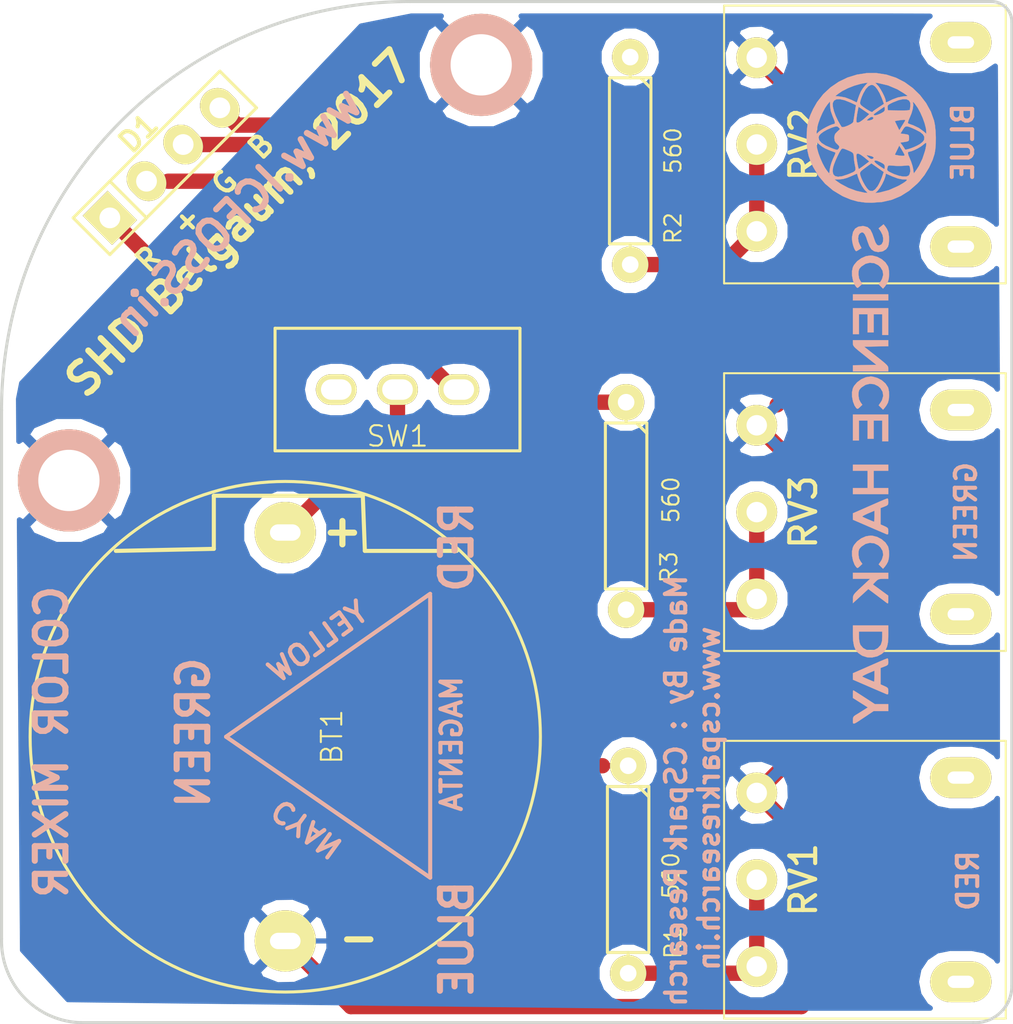
<source format=kicad_pcb>
(kicad_pcb (version 4) (host pcbnew 4.0.4+e1-6308~48~ubuntu15.10.1-stable)

  (general
    (links 0)
    (no_connects 6)
    (area 112.923749 65.924999 162.575001 116.075001)
    (thickness 1.6)
    (drawings 33)
    (tracks 54)
    (zones 0)
    (modules 12)
    (nets 11)
  )

  (page A4)
  (layers
    (0 F.Cu signal)
    (31 B.Cu signal)
    (32 B.Adhes user)
    (33 F.Adhes user)
    (34 B.Paste user)
    (35 F.Paste user)
    (36 B.SilkS user)
    (37 F.SilkS user)
    (38 B.Mask user)
    (39 F.Mask user)
    (40 Dwgs.User user)
    (41 Cmts.User user)
    (42 Eco1.User user)
    (43 Eco2.User user)
    (44 Edge.Cuts user)
    (45 Margin user)
    (46 B.CrtYd user)
    (47 F.CrtYd user)
    (48 B.Fab user)
    (49 F.Fab user)
  )

  (setup
    (last_trace_width 0.25)
    (trace_clearance 0.2)
    (zone_clearance 0.508)
    (zone_45_only no)
    (trace_min 0.2)
    (segment_width 0.2)
    (edge_width 0.15)
    (via_size 0.6)
    (via_drill 0.4)
    (via_min_size 0.4)
    (via_min_drill 0.3)
    (uvia_size 0.3)
    (uvia_drill 0.1)
    (uvias_allowed no)
    (uvia_min_size 0.2)
    (uvia_min_drill 0.1)
    (pcb_text_width 0.3)
    (pcb_text_size 1.5 1.5)
    (mod_edge_width 0.15)
    (mod_text_size 1 1)
    (mod_text_width 0.15)
    (pad_size 1.524 1.524)
    (pad_drill 0.762)
    (pad_to_mask_clearance 0.2)
    (aux_axis_origin 0 0)
    (visible_elements 7FFFFF7F)
    (pcbplotparams
      (layerselection 0x010f0_80000001)
      (usegerberextensions false)
      (excludeedgelayer true)
      (linewidth 0.150000)
      (plotframeref false)
      (viasonmask false)
      (mode 1)
      (useauxorigin false)
      (hpglpennumber 1)
      (hpglpenspeed 20)
      (hpglpendiameter 15)
      (hpglpenoverlay 2)
      (psnegative false)
      (psa4output false)
      (plotreference true)
      (plotvalue true)
      (plotinvisibletext false)
      (padsonsilk false)
      (subtractmaskfromsilk false)
      (outputformat 1)
      (mirror false)
      (drillshape 0)
      (scaleselection 1)
      (outputdirectory Gerber/))
  )

  (net 0 "")
  (net 1 "Net-(BT1-Pad1)")
  (net 2 "Net-(D1-Pad1)")
  (net 3 "Net-(D1-Pad3)")
  (net 4 "Net-(D1-Pad4)")
  (net 5 "Net-(R1-Pad2)")
  (net 6 "Net-(R2-Pad2)")
  (net 7 "Net-(R3-Pad2)")
  (net 8 "Net-(D1-Pad2)")
  (net 9 "Net-(SW1-Pad3)")
  (net 10 GND)

  (net_class Default "This is the default net class."
    (clearance 0.2)
    (trace_width 0.25)
    (via_dia 0.6)
    (via_drill 0.4)
    (uvia_dia 0.3)
    (uvia_drill 0.1)
    (add_net GND)
    (add_net "Net-(BT1-Pad1)")
    (add_net "Net-(D1-Pad1)")
    (add_net "Net-(D1-Pad2)")
    (add_net "Net-(D1-Pad3)")
    (add_net "Net-(D1-Pad4)")
    (add_net "Net-(R1-Pad2)")
    (add_net "Net-(R2-Pad2)")
    (add_net "Net-(R3-Pad2)")
    (add_net "Net-(SW1-Pad3)")
  )

  (module MyLib:bat-holder (layer F.Cu) (tedit 57A4317D) (tstamp 59CAFF1D)
    (at 126.9 102 270)
    (descr "Through hole pin header")
    (tags "pin header")
    (path /59CAFDF5)
    (fp_text reference BT1 (at 0 -2.286 270) (layer F.SilkS)
      (effects (font (size 1 1) (thickness 0.1)))
    )
    (fp_text value Battery (at 0.3 1.8 270) (layer F.SilkS) hide
      (effects (font (size 1 1) (thickness 0.1)))
    )
    (fp_circle (center 0 0) (end 12.5 0.1) (layer F.SilkS) (width 0.15))
    (pad 1 thru_hole circle (at -10 0 270) (size 3 3) (drill oval 0.8 1.5) (layers *.Cu *.Mask F.SilkS)
      (net 1 "Net-(BT1-Pad1)"))
    (pad 2 thru_hole circle (at 10 0 270) (size 3 3) (drill oval 0.8 1.5) (layers *.Cu *.Mask F.SilkS)
      (net 10 GND))
    (model "../../../../../home/jithin/KiCad Projects/MYMODS/3dpackages/battery_holders/keystone_502.wrl"
      (at (xyz 0 0 0))
      (scale (xyz 1 1 1))
      (rotate (xyz 0 0 0))
    )
  )

  (module Headers:Pin_Header_Straight_1x04 (layer F.Cu) (tedit 59CB1F3A) (tstamp 59CAFF25)
    (at 121 73.9 45)
    (descr "Through hole pin header")
    (tags "pin header")
    (path /59CAFD60)
    (fp_text reference D1 (at 0.106066 -1.944544 45) (layer F.SilkS)
      (effects (font (size 1 1) (thickness 0.2)))
    )
    (fp_text value LED_RABG (at 0.65 2.91 45) (layer F.SilkS) hide
      (effects (font (size 1.27 1.27) (thickness 0.2032)))
    )
    (fp_line (start -2.54 1.27) (end 5.08 1.27) (layer F.SilkS) (width 0.15))
    (fp_line (start -2.54 -1.27) (end 5.08 -1.27) (layer F.SilkS) (width 0.15))
    (fp_line (start -5.08 -1.27) (end -2.54 -1.27) (layer F.SilkS) (width 0.15))
    (fp_line (start 5.08 1.27) (end 5.08 -1.27) (layer F.SilkS) (width 0.15))
    (fp_line (start -2.54 -1.27) (end -2.54 1.27) (layer F.SilkS) (width 0.15))
    (fp_line (start -5.08 -1.27) (end -5.08 1.27) (layer F.SilkS) (width 0.15))
    (fp_line (start -5.08 1.27) (end -2.54 1.27) (layer F.SilkS) (width 0.15))
    (pad 1 thru_hole rect (at -3.81 0 45) (size 1.7272 2.032) (drill 1.016) (layers *.Cu *.Mask F.SilkS)
      (net 2 "Net-(D1-Pad1)"))
    (pad 2 thru_hole oval (at -1.27 0 45) (size 1.7272 2.032) (drill 1.016) (layers *.Cu *.Mask F.SilkS)
      (net 8 "Net-(D1-Pad2)"))
    (pad 3 thru_hole oval (at 1.27 0 45) (size 1.7272 2.032) (drill 1.016) (layers *.Cu *.Mask F.SilkS)
      (net 3 "Net-(D1-Pad3)"))
    (pad 4 thru_hole oval (at 3.81 0 45) (size 1.7272 2.032) (drill 1.016) (layers *.Cu *.Mask F.SilkS)
      (net 4 "Net-(D1-Pad4)"))
    (model LEDs.3dshapes/LED_D5.0mm-3.wrl
      (at (xyz -0.1 0 0))
      (scale (xyz 0.33 0.33 0.33))
      (rotate (xyz 0 0 0))
    )
  )

  (module MyLib:mySwitch-3way (layer F.Cu) (tedit 57843451) (tstamp 59CB0089)
    (at 132.4 85 180)
    (descr "Through hole pin header")
    (tags "pin header")
    (path /59CB0509)
    (fp_text reference SW1 (at 0 -2.286 180) (layer F.SilkS)
      (effects (font (size 1 1) (thickness 0.1)))
    )
    (fp_text value Switch_SPDT_x2 (at 0 0 180) (layer F.SilkS) hide
      (effects (font (size 1 1) (thickness 0.1)))
    )
    (fp_line (start -6 -3) (end -6 3) (layer F.SilkS) (width 0.15))
    (fp_line (start -6 3) (end 6 3) (layer F.SilkS) (width 0.15))
    (fp_line (start 6 3) (end 6 -3) (layer F.SilkS) (width 0.15))
    (fp_line (start 6 -3) (end -6 -3) (layer F.SilkS) (width 0.15))
    (pad 1 thru_hole oval (at -3 0 180) (size 2 1.5) (drill oval 1.5 1) (layers *.Cu *.Mask F.SilkS)
      (net 8 "Net-(D1-Pad2)"))
    (pad 2 thru_hole oval (at 0 0 180) (size 2 1.5) (drill oval 1.5 1) (layers *.Cu *.Mask F.SilkS)
      (net 1 "Net-(BT1-Pad1)"))
    (pad 3 thru_hole oval (at 3 0 180) (size 2 1.5) (drill oval 1.5 1) (layers *.Cu *.Mask F.SilkS)
      (net 9 "Net-(SW1-Pad3)"))
    (model unused_3d.3dshapes/Device.switch_slide_straight_terminal.wrl
      (at (xyz 0 0 0))
      (scale (xyz 0.5 0.5 0.5))
      (rotate (xyz 0 0 0))
    )
  )

  (module MyLib:R4-TH-SMD (layer F.Cu) (tedit 59CB014F) (tstamp 59CB022B)
    (at 143.7 108.5 270)
    (descr "Resitance 4 pas")
    (tags R)
    (path /59CAFE7A)
    (fp_text reference R1 (at 3.6 -2.2 270) (layer F.SilkS)
      (effects (font (size 0.8 0.8) (thickness 0.1)))
    )
    (fp_text value 560 (at 0.3 -2.1 270) (layer F.SilkS)
      (effects (font (size 0.8 0.8) (thickness 0.1)))
    )
    (fp_line (start -5.08 0) (end -4.064 0) (layer F.SilkS) (width 0.15))
    (fp_line (start -4.064 0) (end -4.064 -1.016) (layer F.SilkS) (width 0.15))
    (fp_line (start -4.064 -1.016) (end 4.064 -1.016) (layer F.SilkS) (width 0.15))
    (fp_line (start 4.064 -1.016) (end 4.064 1.016) (layer F.SilkS) (width 0.15))
    (fp_line (start 4.064 1.016) (end -4.064 1.016) (layer F.SilkS) (width 0.15))
    (fp_line (start -4.064 1.016) (end -4.064 0) (layer F.SilkS) (width 0.15))
    (fp_line (start -4.064 -0.508) (end -3.556 -1.016) (layer F.SilkS) (width 0.15))
    (fp_line (start 5.08 0) (end 4.064 0) (layer F.SilkS) (width 0.15))
    (pad 1 thru_hole circle (at -5.08 0 270) (size 1.778 1.778) (drill 0.8128) (layers *.Cu *.Mask F.SilkS)
      (net 2 "Net-(D1-Pad1)"))
    (pad 2 thru_hole circle (at 5.08 0 270) (size 1.778 1.778) (drill 0.8128) (layers *.Cu *.Mask F.SilkS)
      (net 5 "Net-(R1-Pad2)"))
    (pad 1 smd rect (at -2 0 270) (size 2 1.524) (layers F.Cu F.Paste F.Mask)
      (net 2 "Net-(D1-Pad1)"))
    (pad 2 smd rect (at 2 0 270) (size 2 1.524) (layers F.Cu F.Paste F.Mask)
      (net 5 "Net-(R1-Pad2)"))
    (model Discret.3dshapes/R4-LARGE_PADS.wrl
      (at (xyz 0 0 0))
      (scale (xyz 0.4 0.4 0.4))
      (rotate (xyz 0 0 0))
    )
  )

  (module MyLib:R4-TH-SMD (layer F.Cu) (tedit 59CB014F) (tstamp 59CB023A)
    (at 143.8 73.8 270)
    (descr "Resitance 4 pas")
    (tags R)
    (path /59CB006D)
    (fp_text reference R2 (at 3.3 -2.1 270) (layer F.SilkS)
      (effects (font (size 0.8 0.8) (thickness 0.1)))
    )
    (fp_text value 560 (at -0.5 -2.1 270) (layer F.SilkS)
      (effects (font (size 0.8 0.8) (thickness 0.1)))
    )
    (fp_line (start -5.08 0) (end -4.064 0) (layer F.SilkS) (width 0.15))
    (fp_line (start -4.064 0) (end -4.064 -1.016) (layer F.SilkS) (width 0.15))
    (fp_line (start -4.064 -1.016) (end 4.064 -1.016) (layer F.SilkS) (width 0.15))
    (fp_line (start 4.064 -1.016) (end 4.064 1.016) (layer F.SilkS) (width 0.15))
    (fp_line (start 4.064 1.016) (end -4.064 1.016) (layer F.SilkS) (width 0.15))
    (fp_line (start -4.064 1.016) (end -4.064 0) (layer F.SilkS) (width 0.15))
    (fp_line (start -4.064 -0.508) (end -3.556 -1.016) (layer F.SilkS) (width 0.15))
    (fp_line (start 5.08 0) (end 4.064 0) (layer F.SilkS) (width 0.15))
    (pad 1 thru_hole circle (at -5.08 0 270) (size 1.778 1.778) (drill 0.8128) (layers *.Cu *.Mask F.SilkS)
      (net 4 "Net-(D1-Pad4)"))
    (pad 2 thru_hole circle (at 5.08 0 270) (size 1.778 1.778) (drill 0.8128) (layers *.Cu *.Mask F.SilkS)
      (net 6 "Net-(R2-Pad2)"))
    (pad 1 smd rect (at -2 0 270) (size 2 1.524) (layers F.Cu F.Paste F.Mask)
      (net 4 "Net-(D1-Pad4)"))
    (pad 2 smd rect (at 2 0 270) (size 2 1.524) (layers F.Cu F.Paste F.Mask)
      (net 6 "Net-(R2-Pad2)"))
    (model Discret.3dshapes/R4-LARGE_PADS.wrl
      (at (xyz 0 0 0))
      (scale (xyz 0.4 0.4 0.4))
      (rotate (xyz 0 0 0))
    )
  )

  (module MyLib:R4-TH-SMD (layer F.Cu) (tedit 59CB014F) (tstamp 59CB0249)
    (at 143.6 90.7 270)
    (descr "Resitance 4 pas")
    (tags R)
    (path /59CB009A)
    (fp_text reference R3 (at 3 -2.1 270) (layer F.SilkS)
      (effects (font (size 0.8 0.8) (thickness 0.1)))
    )
    (fp_text value 560 (at -0.3 -2.2 270) (layer F.SilkS)
      (effects (font (size 0.8 0.8) (thickness 0.1)))
    )
    (fp_line (start -5.08 0) (end -4.064 0) (layer F.SilkS) (width 0.15))
    (fp_line (start -4.064 0) (end -4.064 -1.016) (layer F.SilkS) (width 0.15))
    (fp_line (start -4.064 -1.016) (end 4.064 -1.016) (layer F.SilkS) (width 0.15))
    (fp_line (start 4.064 -1.016) (end 4.064 1.016) (layer F.SilkS) (width 0.15))
    (fp_line (start 4.064 1.016) (end -4.064 1.016) (layer F.SilkS) (width 0.15))
    (fp_line (start -4.064 1.016) (end -4.064 0) (layer F.SilkS) (width 0.15))
    (fp_line (start -4.064 -0.508) (end -3.556 -1.016) (layer F.SilkS) (width 0.15))
    (fp_line (start 5.08 0) (end 4.064 0) (layer F.SilkS) (width 0.15))
    (pad 1 thru_hole circle (at -5.08 0 270) (size 1.778 1.778) (drill 0.8128) (layers *.Cu *.Mask F.SilkS)
      (net 3 "Net-(D1-Pad3)"))
    (pad 2 thru_hole circle (at 5.08 0 270) (size 1.778 1.778) (drill 0.8128) (layers *.Cu *.Mask F.SilkS)
      (net 7 "Net-(R3-Pad2)"))
    (pad 1 smd rect (at -2 0 270) (size 2 1.524) (layers F.Cu F.Paste F.Mask)
      (net 3 "Net-(D1-Pad3)"))
    (pad 2 smd rect (at 2 0 270) (size 2 1.524) (layers F.Cu F.Paste F.Mask)
      (net 7 "Net-(R3-Pad2)"))
    (model Discret.3dshapes/R4-LARGE_PADS.wrl
      (at (xyz 0 0 0))
      (scale (xyz 0.4 0.4 0.4))
      (rotate (xyz 0 0 0))
    )
  )

  (module MyLib:my-slider-pot (layer F.Cu) (tedit 59CB036C) (tstamp 59CB043E)
    (at 150 109 270)
    (descr "Through hole pin header")
    (tags "pin header")
    (path /59CAFED1)
    (fp_text reference RV1 (at 0 -2.286 270) (layer F.SilkS)
      (effects (font (size 1.27 1.27) (thickness 0.2032)))
    )
    (fp_text value 10K (at 0.2 2.4 270) (layer F.SilkS) hide
      (effects (font (size 1.27 1.27) (thickness 0.2032)))
    )
    (fp_line (start -6.6 -12.2) (end 6.8 -12.2) (layer F.SilkS) (width 0.1))
    (fp_line (start 6.8 -12.2) (end 6.8 1.6) (layer F.SilkS) (width 0.1))
    (fp_line (start 6.8 1.6) (end -6.8 1.6) (layer F.SilkS) (width 0.1))
    (fp_line (start -6.8 1.6) (end -6.8 -12.2) (layer F.SilkS) (width 0.1))
    (fp_line (start -6.8 -12.2) (end -6.6 -12.2) (layer F.SilkS) (width 0.1))
    (pad 1 thru_hole circle (at -4.25 0 270) (size 2 2) (drill 1) (layers *.Cu *.Mask F.SilkS)
      (net 10 GND))
    (pad 2 thru_hole circle (at 0 0 270) (size 2 2) (drill 1) (layers *.Cu *.Mask F.SilkS)
      (net 5 "Net-(R1-Pad2)"))
    (pad 3 thru_hole circle (at 4.25 0 270) (size 2 2) (drill 1) (layers *.Cu *.Mask F.SilkS)
      (net 5 "Net-(R1-Pad2)"))
    (pad 4 thru_hole oval (at 5 -10 270) (size 2 3) (drill oval 0.6 1.3) (layers *.Cu *.Mask F.SilkS))
    (pad 5 thru_hole oval (at -5 -10 270) (size 2 3) (drill oval 0.6 1.3) (layers *.Cu *.Mask F.SilkS))
    (model Pin_Headers/Pin_Header_Straight_1x04.wrl
      (at (xyz 0 0 0))
      (scale (xyz 1 1 1))
      (rotate (xyz 0 0 0))
    )
  )

  (module MyLib:my-slider-pot (layer F.Cu) (tedit 59CB036C) (tstamp 59CB0458)
    (at 150 73 270)
    (descr "Through hole pin header")
    (tags "pin header")
    (path /59CB017D)
    (fp_text reference RV2 (at 0 -2.286 270) (layer F.SilkS)
      (effects (font (size 1.27 1.27) (thickness 0.2032)))
    )
    (fp_text value 10K (at 0.2 2.4 270) (layer F.SilkS) hide
      (effects (font (size 1.27 1.27) (thickness 0.2032)))
    )
    (fp_line (start -6.6 -12.2) (end 6.8 -12.2) (layer F.SilkS) (width 0.1))
    (fp_line (start 6.8 -12.2) (end 6.8 1.6) (layer F.SilkS) (width 0.1))
    (fp_line (start 6.8 1.6) (end -6.8 1.6) (layer F.SilkS) (width 0.1))
    (fp_line (start -6.8 1.6) (end -6.8 -12.2) (layer F.SilkS) (width 0.1))
    (fp_line (start -6.8 -12.2) (end -6.6 -12.2) (layer F.SilkS) (width 0.1))
    (pad 1 thru_hole circle (at -4.25 0 270) (size 2 2) (drill 1) (layers *.Cu *.Mask F.SilkS)
      (net 10 GND))
    (pad 2 thru_hole circle (at 0 0 270) (size 2 2) (drill 1) (layers *.Cu *.Mask F.SilkS)
      (net 6 "Net-(R2-Pad2)"))
    (pad 3 thru_hole circle (at 4.25 0 270) (size 2 2) (drill 1) (layers *.Cu *.Mask F.SilkS)
      (net 6 "Net-(R2-Pad2)"))
    (pad 4 thru_hole oval (at 5 -10 270) (size 2 3) (drill oval 0.6 1.3) (layers *.Cu *.Mask F.SilkS))
    (pad 5 thru_hole oval (at -5 -10 270) (size 2 3) (drill oval 0.6 1.3) (layers *.Cu *.Mask F.SilkS))
    (model Pin_Headers/Pin_Header_Straight_1x04.wrl
      (at (xyz 0 0 0))
      (scale (xyz 1 1 1))
      (rotate (xyz 0 0 0))
    )
  )

  (module MyLib:my-slider-pot (layer F.Cu) (tedit 59CB036C) (tstamp 59CB0466)
    (at 150 91 270)
    (descr "Through hole pin header")
    (tags "pin header")
    (path /59CB01C6)
    (fp_text reference RV3 (at 0 -2.286 270) (layer F.SilkS)
      (effects (font (size 1.27 1.27) (thickness 0.2032)))
    )
    (fp_text value 10K (at 0.2 2.4 270) (layer F.SilkS) hide
      (effects (font (size 1.27 1.27) (thickness 0.2032)))
    )
    (fp_line (start -6.6 -12.2) (end 6.8 -12.2) (layer F.SilkS) (width 0.1))
    (fp_line (start 6.8 -12.2) (end 6.8 1.6) (layer F.SilkS) (width 0.1))
    (fp_line (start 6.8 1.6) (end -6.8 1.6) (layer F.SilkS) (width 0.1))
    (fp_line (start -6.8 1.6) (end -6.8 -12.2) (layer F.SilkS) (width 0.1))
    (fp_line (start -6.8 -12.2) (end -6.6 -12.2) (layer F.SilkS) (width 0.1))
    (pad 1 thru_hole circle (at -4.25 0 270) (size 2 2) (drill 1) (layers *.Cu *.Mask F.SilkS)
      (net 10 GND))
    (pad 2 thru_hole circle (at 0 0 270) (size 2 2) (drill 1) (layers *.Cu *.Mask F.SilkS)
      (net 7 "Net-(R3-Pad2)"))
    (pad 3 thru_hole circle (at 4.25 0 270) (size 2 2) (drill 1) (layers *.Cu *.Mask F.SilkS)
      (net 7 "Net-(R3-Pad2)"))
    (pad 4 thru_hole oval (at 5 -10 270) (size 2 3) (drill oval 0.6 1.3) (layers *.Cu *.Mask F.SilkS))
    (pad 5 thru_hole oval (at -5 -10 270) (size 2 3) (drill oval 0.6 1.3) (layers *.Cu *.Mask F.SilkS))
    (model Pin_Headers/Pin_Header_Straight_1x04.wrl
      (at (xyz 0 0 0))
      (scale (xyz 1 1 1))
      (rotate (xyz 0 0 0))
    )
  )

  (module MyLib:MountingHole-3mm (layer F.Cu) (tedit 55740E53) (tstamp 59CB1FCE)
    (at 116.3 89.45)
    (descr "Mounting hole, Befestigungsbohrung, 2,5mm, No Annular, Kein Restring,")
    (tags "Mounting hole, Befestigungsbohrung, 2,5mm, No Annular, Kein Restring,")
    (path /59CB0E33)
    (fp_text reference mh1 (at -0.1 -0.5) (layer F.SilkS) hide
      (effects (font (thickness 0.3048)))
    )
    (fp_text value MH (at 1.5 -0.85) (layer F.SilkS) hide
      (effects (font (thickness 0.3048)))
    )
    (pad 1 thru_hole circle (at 0 0) (size 5 5) (drill 3) (layers *.Cu *.SilkS *.Mask)
      (net 10 GND))
  )

  (module MyLib:MountingHole-3mm (layer F.Cu) (tedit 55740E53) (tstamp 59CB1FD3)
    (at 136.5 69.1)
    (descr "Mounting hole, Befestigungsbohrung, 2,5mm, No Annular, Kein Restring,")
    (tags "Mounting hole, Befestigungsbohrung, 2,5mm, No Annular, Kein Restring,")
    (path /59CB212D)
    (fp_text reference mh2 (at -0.1 -0.5) (layer F.SilkS) hide
      (effects (font (thickness 0.3048)))
    )
    (fp_text value MH (at 1.5 -0.85) (layer F.SilkS) hide
      (effects (font (thickness 0.3048)))
    )
    (pad 1 thru_hole circle (at 0 0) (size 5 5) (drill 3) (layers *.Cu *.SilkS *.Mask)
      (net 10 GND))
  )

  (module Color-Mixer-PCB:logo (layer B.Cu) (tedit 0) (tstamp 59D08189)
    (at 155.6 85.8 270)
    (fp_text reference G*** (at 0 0 270) (layer B.SilkS) hide
      (effects (font (thickness 0.3)) (justify mirror))
    )
    (fp_text value LOGO (at 0.75 0 270) (layer B.SilkS) hide
      (effects (font (thickness 0.3)) (justify mirror))
    )
    (fp_poly (pts (xy -12.778298 3.144187) (xy -12.487832 3.112105) (xy -12.223456 3.050911) (xy -11.956691 2.954285)
      (xy -11.705167 2.838776) (xy -11.266296 2.576874) (xy -10.880593 2.250218) (xy -10.552225 1.863099)
      (xy -10.285357 1.419808) (xy -10.243764 1.3335) (xy -10.100355 0.984588) (xy -10.008388 0.653716)
      (xy -9.96053 0.306957) (xy -9.949059 -0.029866) (xy -9.984892 -0.541798) (xy -10.092536 -1.01402)
      (xy -10.274752 -1.452739) (xy -10.534301 -1.864163) (xy -10.873942 -2.2545) (xy -10.986993 -2.363873)
      (xy -11.304243 -2.61895) (xy -11.667855 -2.842397) (xy -12.048409 -3.017942) (xy -12.338478 -3.11125)
      (xy -12.560999 -3.149377) (xy -12.839256 -3.170194) (xy -13.146185 -3.17406) (xy -13.454717 -3.161336)
      (xy -13.737789 -3.132381) (xy -13.960284 -3.089694) (xy -14.406741 -2.930327) (xy -14.829854 -2.696782)
      (xy -15.218809 -2.398613) (xy -15.54586 -2.062759) (xy -14.884398 -2.062759) (xy -14.838013 -2.108322)
      (xy -14.773036 -2.163263) (xy -14.589076 -2.292056) (xy -14.355314 -2.418886) (xy -14.09628 -2.533732)
      (xy -13.836501 -2.626576) (xy -13.60051 -2.6874) (xy -13.443497 -2.706317) (xy -13.31916 -2.709333)
      (xy -13.340476 -2.686144) (xy -12.882157 -2.686144) (xy -12.867257 -2.706392) (xy -12.825826 -2.709333)
      (xy -12.735775 -2.698915) (xy -12.598179 -2.671958) (xy -12.480447 -2.643789) (xy -12.105464 -2.520085)
      (xy -11.761555 -2.355374) (xy -11.572232 -2.23493) (xy -11.377977 -2.0955) (xy -11.605072 -2.062671)
      (xy -11.767612 -2.025742) (xy -11.957892 -1.963386) (xy -12.101099 -1.904111) (xy -12.261815 -1.835977)
      (xy -11.776099 -1.835977) (xy -11.745817 -1.884585) (xy -11.662833 -1.91089) (xy -11.483274 -1.924591)
      (xy -11.337643 -1.885317) (xy -11.267614 -1.828599) (xy -11.22979 -1.720702) (xy -11.231692 -1.558179)
      (xy -11.270532 -1.359623) (xy -11.343522 -1.143626) (xy -11.384228 -1.051041) (xy -11.45362 -0.908082)
      (xy -11.503297 -0.827178) (xy -11.549107 -0.793547) (xy -11.606896 -0.792408) (xy -11.652446 -0.800872)
      (xy -11.739562 -0.824822) (xy -11.7744 -0.866957) (xy -11.77391 -0.955652) (xy -11.769299 -0.996508)
      (xy -11.752899 -1.221761) (xy -11.75112 -1.467976) (xy -11.76395 -1.688832) (xy -11.769511 -1.735186)
      (xy -11.776099 -1.835977) (xy -12.261815 -1.835977) (xy -12.272006 -1.831657) (xy -12.380682 -1.805126)
      (xy -12.435389 -1.823548) (xy -12.446 -1.863577) (xy -12.467757 -1.966907) (xy -12.524438 -2.113259)
      (xy -12.603154 -2.27578) (xy -12.691021 -2.427613) (xy -12.767138 -2.532775) (xy -12.850465 -2.633327)
      (xy -12.882157 -2.686144) (xy -13.340476 -2.686144) (xy -13.426176 -2.592916) (xy -13.606756 -2.346845)
      (xy -13.740745 -2.063519) (xy -13.758313 -2.010833) (xy -13.797763 -1.897442) (xy -13.832147 -1.820791)
      (xy -13.839824 -1.809573) (xy -13.890425 -1.809096) (xy -13.991162 -1.84103) (xy -14.085633 -1.882271)
      (xy -14.320137 -1.980116) (xy -14.540358 -2.043848) (xy -14.724661 -2.068053) (xy -14.804581 -2.062236)
      (xy -14.872002 -2.051407) (xy -14.884398 -2.062759) (xy -15.54586 -2.062759) (xy -15.562789 -2.045375)
      (xy -15.850978 -1.646626) (xy -16.064917 -1.23034) (xy -16.220093 -0.754942) (xy -16.295802 -0.270367)
      (xy -16.295732 -0.19808) (xy -15.829549 -0.19808) (xy -15.805292 -0.363623) (xy -15.69372 -0.836118)
      (xy -15.502054 -1.288932) (xy -15.308776 -1.608666) (xy -15.177275 -1.799166) (xy -15.151206 -1.565985)
      (xy -15.019502 -1.565985) (xy -15.014061 -1.74075) (xy -14.953733 -1.861708) (xy -14.839477 -1.924515)
      (xy -14.673792 -1.925085) (xy -14.568927 -1.910334) (xy -14.504458 -1.905034) (xy -14.483043 -1.871978)
      (xy -14.469715 -1.769363) (xy -14.469076 -1.749131) (xy -13.688051 -1.749131) (xy -13.668175 -1.850631)
      (xy -13.611463 -1.998326) (xy -13.534469 -2.172496) (xy -13.414966 -2.39982) (xy -13.29629 -2.545535)
      (xy -13.174558 -2.612567) (xy -13.045885 -2.603844) (xy -12.992932 -2.580513) (xy -12.918865 -2.517598)
      (xy -12.834849 -2.414557) (xy -12.811325 -2.379366) (xy -12.740231 -2.250767) (xy -12.671405 -2.099584)
      (xy -12.611807 -1.945521) (xy -12.568399 -1.808278) (xy -12.54814 -1.707558) (xy -12.557992 -1.663061)
      (xy -12.558221 -1.662981) (xy -12.618166 -1.630003) (xy -12.713596 -1.565737) (xy -12.746636 -1.541758)
      (xy -12.8905 -1.435386) (xy -12.925479 -1.649026) (xy -12.948792 -1.774456) (xy -12.978167 -1.837643)
      (xy -13.033149 -1.859933) (xy -13.121109 -1.862666) (xy -13.21675 -1.85903) (xy -13.267509 -1.833655)
      (xy -13.292919 -1.764844) (xy -13.309527 -1.653343) (xy -13.337295 -1.444019) (xy -13.523818 -1.558093)
      (xy -13.616156 -1.619232) (xy -13.670806 -1.677455) (xy -13.688051 -1.749131) (xy -14.469076 -1.749131)
      (xy -14.464451 -1.602952) (xy -14.009196 -1.602952) (xy -14.00495 -1.671296) (xy -13.970375 -1.673908)
      (xy -13.917083 -1.642712) (xy -13.819847 -1.582123) (xy -13.694799 -1.505445) (xy -13.658896 -1.483635)
      (xy -13.495958 -1.384918) (xy -13.498126 -1.383861) (xy -12.748472 -1.383861) (xy -12.501986 -1.53061)
      (xy -12.371568 -1.606429) (xy -12.296565 -1.641563) (xy -12.260375 -1.639843) (xy -12.246393 -1.605102)
      (xy -12.244211 -1.590096) (xy -12.244738 -1.492144) (xy -12.260406 -1.361266) (xy -12.265378 -1.3335)
      (xy -12.297833 -1.164166) (xy -12.523153 -1.274014) (xy -12.748472 -1.383861) (xy -13.498126 -1.383861)
      (xy -13.722396 -1.274542) (xy -13.948833 -1.164166) (xy -13.977446 -1.3335) (xy -13.997076 -1.470001)
      (xy -14.008494 -1.587599) (xy -14.009196 -1.602952) (xy -14.464451 -1.602952) (xy -14.464106 -1.592074)
      (xy -14.465336 -1.365284) (xy -14.473839 -0.8255) (xy -14.603856 -0.812164) (xy -14.674166 -0.810585)
      (xy -14.725868 -0.833845) (xy -14.774712 -0.897827) (xy -14.836446 -1.018414) (xy -14.861893 -1.072401)
      (xy -14.969098 -1.341754) (xy -15.019502 -1.565985) (xy -15.151206 -1.565985) (xy -15.148096 -1.538171)
      (xy -15.09922 -1.303893) (xy -15.011543 -1.063068) (xy -14.988959 -1.015243) (xy -14.915662 -0.866778)
      (xy -14.876307 -0.778744) (xy -14.867915 -0.735383) (xy -14.878223 -0.727779) (xy -11.375316 -0.727779)
      (xy -11.233842 -1.051806) (xy -11.135934 -1.314712) (xy -11.094017 -1.530001) (xy -11.09185 -1.583477)
      (xy -11.089359 -1.704608) (xy -11.077468 -1.755384) (xy -11.04835 -1.750101) (xy -11.015662 -1.72264)
      (xy -10.961717 -1.654788) (xy -10.883754 -1.533522) (xy -10.795765 -1.381084) (xy -10.765196 -1.324495)
      (xy -10.567572 -0.878249) (xy -10.452273 -0.439126) (xy -10.441125 -0.367539) (xy -10.418389 -0.205911)
      (xy -10.548949 -0.333557) (xy -10.682038 -0.437025) (xy -10.86272 -0.544142) (xy -11.056706 -0.637015)
      (xy -11.229707 -0.697751) (xy -11.260365 -0.704789) (xy -11.375316 -0.727779) (xy -14.878223 -0.727779)
      (xy -14.887506 -0.720932) (xy -14.932101 -0.719633) (xy -14.933083 -0.719633) (xy -15.031162 -0.697633)
      (xy -15.138912 -0.654359) (xy -14.647333 -0.654359) (xy -14.610736 -0.670884) (xy -14.530917 -0.676823)
      (xy -14.45947 -0.665394) (xy -14.402935 -0.619852) (xy -14.343931 -0.522197) (xy -14.306131 -0.44405)
      (xy -14.253055 -0.311669) (xy -14.228627 -0.214372) (xy -12.021206 -0.214372) (xy -12.003386 -0.298448)
      (xy -11.943993 -0.437415) (xy -11.941887 -0.441857) (xy -11.873179 -0.574071) (xy -11.815943 -0.644796)
      (xy -11.752665 -0.672096) (xy -11.71575 -0.675064) (xy -11.631232 -0.668853) (xy -11.599333 -0.652312)
      (xy -11.621946 -0.607829) (xy -11.681523 -0.513977) (xy -11.765678 -0.390184) (xy -11.774842 -0.377086)
      (xy -11.877955 -0.240435) (xy -11.949336 -0.172178) (xy -11.996294 -0.165585) (xy -12.000978 -0.1689)
      (xy -12.021206 -0.214372) (xy -14.228627 -0.214372) (xy -14.226712 -0.206745) (xy -14.229746 -0.160036)
      (xy -14.267506 -0.124824) (xy -14.278497 -0.128225) (xy -14.333114 -0.198533) (xy -14.410059 -0.303779)
      (xy -14.494636 -0.422999) (xy -14.572148 -0.535228) (xy -14.627898 -0.619502) (xy -14.647333 -0.654359)
      (xy -15.138912 -0.654359) (xy -15.174678 -0.639995) (xy -15.339384 -0.55917) (xy -15.501034 -0.467608)
      (xy -15.635379 -0.377759) (xy -15.693524 -0.329151) (xy -15.829549 -0.19808) (xy -16.295732 -0.19808)
      (xy -16.295535 0.003004) (xy -15.716425 0.003004) (xy -15.708519 -0.100819) (xy -15.636437 -0.201969)
      (xy -15.498295 -0.313023) (xy -15.310145 -0.423239) (xy -15.088039 -0.521877) (xy -15.067981 -0.52943)
      (xy -14.93164 -0.580108) (xy -14.832386 -0.61712) (xy -14.790968 -0.632726) (xy -14.790812 -0.632794)
      (xy -14.767446 -0.601132) (xy -14.709743 -0.515236) (xy -14.629094 -0.392128) (xy -14.609045 -0.361188)
      (xy -14.51942 -0.227133) (xy -14.443871 -0.122296) (xy -14.396583 -0.066195) (xy -14.392206 -0.062803)
      (xy -14.392956 -0.054406) (xy -14.156756 -0.054406) (xy -14.154426 -0.064064) (xy -14.108104 -0.122165)
      (xy -14.050773 -0.098962) (xy -14.013823 -0.045116) (xy -13.978148 0.065807) (xy -13.971338 0.134801)
      (xy -13.975181 0.195914) (xy -13.995616 0.200445) (xy -14.049621 0.145308) (xy -14.075626 0.115853)
      (xy -14.137462 0.023032) (xy -14.156756 -0.054406) (xy -14.392956 -0.054406) (xy -14.396089 -0.019376)
      (xy -14.44076 0.075249) (xy -14.517455 0.203618) (xy -14.552806 0.257072) (xy -14.652976 0.401189)
      (xy -14.723302 0.487304) (xy -14.779816 0.528572) (xy -14.838551 0.538151) (xy -14.889166 0.533105)
      (xy -14.996328 0.505005) (xy -15.146093 0.449934) (xy -15.304645 0.380454) (xy -15.51383 0.259357)
      (xy -15.652712 0.131608) (xy -15.716425 0.003004) (xy -16.295535 0.003004) (xy -16.295385 0.155747)
      (xy -15.829549 0.155747) (xy -15.693524 0.284977) (xy -15.561801 0.39111) (xy -15.412865 0.485806)
      (xy -15.388167 0.49872) (xy -15.230967 0.568116) (xy -15.105983 0.613834) (xy -14.65007 0.613834)
      (xy -14.2875 0.083526) (xy -14.151159 0.232834) (xy -12.284793 0.232834) (xy -12.254585 0.084667)
      (xy -12.213924 -0.061138) (xy -12.168874 -0.129392) (xy -12.122462 -0.117532) (xy -12.088988 -0.055586)
      (xy -12.093788 -0.017685) (xy -11.878841 -0.017685) (xy -11.451167 -0.623109) (xy -11.185341 -0.528024)
      (xy -11.013965 -0.458426) (xy -10.846886 -0.377212) (xy -10.749733 -0.320583) (xy -10.594619 -0.195136)
      (xy -10.521233 -0.075606) (xy -10.527385 0.043324) (xy -10.569107 0.11764) (xy -10.658285 0.201263)
      (xy -10.801784 0.298165) (xy -10.973815 0.394223) (xy -11.148591 0.475311) (xy -11.300324 0.527307)
      (xy -11.328388 0.533503) (xy -11.39612 0.540891) (xy -11.452218 0.524742) (xy -11.512959 0.472489)
      (xy -11.594621 0.371564) (xy -11.669225 0.270343) (xy -11.878841 -0.017685) (xy -12.093788 -0.017685)
      (xy -12.099983 0.031217) (xy -12.173188 0.12433) (xy -12.284793 0.232834) (xy -14.151159 0.232834)
      (xy -14.090732 0.299008) (xy -13.987264 0.423816) (xy -13.909052 0.539531) (xy -13.874352 0.617079)
      (xy -13.874278 0.618635) (xy -12.353187 0.618635) (xy -12.293322 0.495029) (xy -12.167884 0.325083)
      (xy -12.165474 0.322151) (xy -11.969614 0.084243) (xy -11.785602 0.327872) (xy -11.695327 0.450497)
      (xy -11.629347 0.546028) (xy -11.600758 0.595426) (xy -11.600461 0.597047) (xy -11.637948 0.614966)
      (xy -11.735931 0.639575) (xy -11.87095 0.666605) (xy -11.990432 0.686852) (xy -11.374705 0.686852)
      (xy -11.201269 0.634992) (xy -10.978139 0.55229) (xy -10.76872 0.446269) (xy -10.601163 0.332166)
      (xy -10.544204 0.279358) (xy -10.473639 0.206698) (xy -10.432835 0.170307) (xy -10.430449 0.169334)
      (xy -10.428522 0.206371) (xy -10.437614 0.29832) (xy -10.441592 0.328084) (xy -10.529621 0.721217)
      (xy -10.677841 1.118362) (xy -10.872183 1.484838) (xy -10.968792 1.62759) (xy -11.091333 1.79468)
      (xy -11.09185 1.56409) (xy -11.10887 1.381906) (xy -11.164131 1.183514) (xy -11.233536 1.010176)
      (xy -11.374705 0.686852) (xy -11.990432 0.686852) (xy -12.019549 0.691786) (xy -12.158267 0.710849)
      (xy -12.263646 0.719524) (xy -12.274238 0.719667) (xy -12.346989 0.694111) (xy -12.353187 0.618635)
      (xy -13.874278 0.618635) (xy -13.870947 0.688328) (xy -13.913619 0.715025) (xy -13.986454 0.717691)
      (xy -14.099593 0.708547) (xy -14.256585 0.686919) (xy -14.384119 0.664774) (xy -14.65007 0.613834)
      (xy -15.105983 0.613834) (xy -15.063844 0.629248) (xy -15.038917 0.636985) (xy -14.930761 0.671343)
      (xy -14.86661 0.695677) (xy -14.859 0.700857) (xy -14.876341 0.740812) (xy -14.921948 0.836353)
      (xy -14.986202 0.967349) (xy -14.990649 0.976318) (xy -15.099827 1.25893) (xy -15.145366 1.496063)
      (xy -15.147842 1.52337) (xy -15.01861 1.52337) (xy -14.968487 1.299179) (xy -14.86245 1.029875)
      (xy -14.727284 0.736628) (xy -14.359225 0.79535) (xy -14.182211 0.823842) (xy -14.029618 0.848854)
      (xy -13.926556 0.866255) (xy -13.9065 0.869844) (xy -13.850642 0.913712) (xy -13.786105 1.010949)
      (xy -13.723694 1.136779) (xy -13.674214 1.266431) (xy -13.648471 1.375129) (xy -13.650758 1.391502)
      (xy -12.604594 1.391502) (xy -12.589978 1.322315) (xy -12.544724 1.203271) (xy -12.527133 1.15987)
      (xy -12.460015 1.003737) (xy -12.403972 0.9107) (xy -12.341362 0.864211) (xy -12.254545 0.847718)
      (xy -12.192 0.845468) (xy -12.067251 0.835066) (xy -11.903435 0.810942) (xy -11.789833 0.789364)
      (xy -11.660636 0.763737) (xy -11.571285 0.759781) (xy -11.50676 0.789293) (xy -11.45204 0.864069)
      (xy -11.392105 0.995907) (xy -11.330375 1.150221) (xy -11.24441 1.414119) (xy -11.218783 1.619743)
      (xy -11.253274 1.766642) (xy -11.347665 1.854366) (xy -11.501736 1.882464) (xy -11.675447 1.860031)
      (xy -11.819643 1.816193) (xy -12.005247 1.744081) (xy -12.203581 1.656532) (xy -12.385971 1.566379)
      (xy -12.52374 1.486457) (xy -12.547903 1.46954) (xy -12.590071 1.433141) (xy -12.604594 1.391502)
      (xy -13.650758 1.391502) (xy -13.657268 1.438102) (xy -13.658227 1.439071) (xy -13.711397 1.475324)
      (xy -13.817449 1.538424) (xy -13.954535 1.61542) (xy -13.97 1.623871) (xy -14.089312 1.681072)
      (xy -13.687812 1.681072) (xy -13.668008 1.628738) (xy -13.642991 1.59816) (xy -13.585389 1.540715)
      (xy -13.560676 1.524) (xy -13.525936 1.552509) (xy -13.45646 1.62424) (xy -13.423402 1.660622)
      (xy -13.323556 1.753051) (xy -13.219749 1.791529) (xy -13.123333 1.797243) (xy -12.991376 1.784079)
      (xy -12.893811 1.731079) (xy -12.822845 1.660152) (xy -12.740549 1.576608) (xy -12.683046 1.550287)
      (xy -12.624365 1.570655) (xy -12.615511 1.576048) (xy -12.563634 1.611246) (xy -12.539531 1.648489)
      (xy -12.543567 1.70823) (xy -12.57611 1.810923) (xy -12.621952 1.935162) (xy -12.745456 2.219471)
      (xy -12.872962 2.420641) (xy -13.004069 2.538264) (xy -13.138375 2.57193) (xy -13.226007 2.549143)
      (xy -13.318622 2.473675) (xy -13.422241 2.335795) (xy -13.525009 2.154613) (xy -13.615074 1.94924)
      (xy -13.638286 1.884462) (xy -13.678056 1.757096) (xy -13.687812 1.681072) (xy -14.089312 1.681072)
      (xy -14.200254 1.73426) (xy -14.429637 1.817626) (xy -14.63676 1.86775) (xy -14.800237 1.878414)
      (xy -14.831248 1.874287) (xy -14.949832 1.815194) (xy -15.012339 1.696799) (xy -15.01861 1.52337)
      (xy -15.147842 1.52337) (xy -15.168435 1.750468) (xy -15.270193 1.626651) (xy -15.418707 1.407408)
      (xy -15.558685 1.130493) (xy -15.679076 0.822863) (xy -15.76883 0.511474) (xy -15.805292 0.321291)
      (xy -15.829549 0.155747) (xy -16.295385 0.155747) (xy -16.295327 0.214628) (xy -16.221946 0.69129)
      (xy -16.078941 1.150862) (xy -15.869591 1.584591) (xy -15.597178 1.98372) (xy -15.571861 2.010834)
      (xy -14.906995 2.010834) (xy -14.681914 2.007281) (xy -14.445133 1.974067) (xy -14.174357 1.878588)
      (xy -14.161677 1.873013) (xy -13.990445 1.801641) (xy -13.881417 1.76944) (xy -13.822449 1.775077)
      (xy -13.801396 1.817222) (xy -13.800633 1.833416) (xy -13.779832 1.914996) (xy -13.725702 2.044057)
      (xy -13.650556 2.196766) (xy -13.566708 2.349292) (xy -13.48647 2.477805) (xy -13.430091 2.550584)
      (xy -13.31916 2.667001) (xy -12.918264 2.667001) (xy -12.767138 2.490443) (xy -12.679801 2.37398)
      (xy -12.600343 2.232461) (xy -12.51957 2.047041) (xy -12.428289 1.798877) (xy -12.424707 1.788584)
      (xy -12.411723 1.755783) (xy -12.390219 1.74262) (xy -12.343296 1.752977) (xy -12.254056 1.790738)
      (xy -12.105601 1.859787) (xy -12.096629 1.863985) (xy -11.918537 1.935505) (xy -11.731264 1.992402)
      (xy -11.638476 2.010834) (xy -11.345333 2.010834) (xy -11.324167 1.989667) (xy -11.303 2.010834)
      (xy -11.324167 2.032) (xy -11.345333 2.010834) (xy -11.638476 2.010834) (xy -11.597886 2.018897)
      (xy -11.373352 2.045489) (xy -11.496926 2.147016) (xy -11.664782 2.262014) (xy -11.881838 2.378163)
      (xy -12.124724 2.486082) (xy -12.37007 2.576391) (xy -12.594505 2.639709) (xy -12.774659 2.666656)
      (xy -12.792425 2.667001) (xy -12.918264 2.667001) (xy -13.31916 2.667001) (xy -13.424019 2.667)
      (xy -13.611851 2.644309) (xy -13.845265 2.582581) (xy -14.10048 2.491336) (xy -14.35372 2.380095)
      (xy -14.581206 2.258376) (xy -14.759158 2.1357) (xy -14.766581 2.129499) (xy -14.906995 2.010834)
      (xy -15.571861 2.010834) (xy -15.264981 2.339496) (xy -14.876281 2.643163) (xy -14.5415 2.835495)
      (xy -14.24965 2.968669) (xy -13.985644 3.06062) (xy -13.720843 3.117768) (xy -13.426605 3.146537)
      (xy -13.123333 3.153477) (xy -12.778298 3.144187)) (layer B.SilkS) (width 0.01))
    (fp_poly (pts (xy -8.041671 0.918395) (xy -7.886447 0.884669) (xy -7.742665 0.837789) (xy -7.63286 0.785392)
      (xy -7.57957 0.73511) (xy -7.577667 0.72531) (xy -7.600673 0.671139) (xy -7.660128 0.573183)
      (xy -7.728188 0.473969) (xy -7.766157 0.485437) (xy -7.849445 0.529803) (xy -7.879809 0.547894)
      (xy -8.03411 0.612116) (xy -8.198789 0.634225) (xy -8.345335 0.613727) (xy -8.438939 0.557584)
      (xy -8.496479 0.465728) (xy -8.487241 0.384653) (xy -8.406639 0.30974) (xy -8.250087 0.236367)
      (xy -8.056926 0.17266) (xy -7.8222 0.084574) (xy -7.662876 -0.022927) (xy -7.570346 -0.158709)
      (xy -7.536004 -0.331634) (xy -7.535333 -0.36457) (xy -7.569638 -0.576445) (xy -7.671368 -0.73885)
      (xy -7.793518 -0.827663) (xy -7.919799 -0.864709) (xy -8.096018 -0.881968) (xy -8.289683 -0.878994)
      (xy -8.468305 -0.855343) (xy -8.535131 -0.837832) (xy -8.666542 -0.778229) (xy -8.779119 -0.704571)
      (xy -8.891144 -0.613833) (xy -8.793479 -0.492761) (xy -8.695813 -0.371689) (xy -8.532999 -0.482178)
      (xy -8.368657 -0.563093) (xy -8.197152 -0.597756) (xy -8.041385 -0.585786) (xy -7.924261 -0.526801)
      (xy -7.895182 -0.492798) (xy -7.85135 -0.383955) (xy -7.882168 -0.29636) (xy -7.991682 -0.222997)
      (xy -8.068233 -0.192575) (xy -8.233967 -0.13436) (xy -8.409248 -0.072758) (xy -8.445045 -0.060172)
      (xy -8.634907 0.035767) (xy -8.751662 0.168782) (xy -8.802091 0.347901) (xy -8.805333 0.419623)
      (xy -8.773333 0.627544) (xy -8.676959 0.781199) (xy -8.515654 0.881048) (xy -8.288859 0.927553)
      (xy -8.185801 0.931334) (xy -8.041671 0.918395)) (layer B.SilkS) (width 0.01))
    (fp_poly (pts (xy -6.368151 0.927172) (xy -6.140044 0.883773) (xy -5.940651 0.806045) (xy -5.832091 0.731866)
      (xy -5.78666 0.682618) (xy -5.788994 0.638075) (xy -5.84463 0.569868) (xy -5.868642 0.544619)
      (xy -5.9817 0.426612) (xy -6.112933 0.520223) (xy -6.244873 0.586803) (xy -6.411618 0.612649)
      (xy -6.46967 0.613834) (xy -6.609818 0.607777) (xy -6.702868 0.57927) (xy -6.786101 0.512811)
      (xy -6.834016 0.46233) (xy -6.959994 0.268961) (xy -7.011321 0.057341) (xy -6.988774 -0.155233)
      (xy -6.893131 -0.351467) (xy -6.792437 -0.461799) (xy -6.612905 -0.56929) (xy -6.417463 -0.595595)
      (xy -6.2152 -0.540419) (xy -6.116583 -0.483703) (xy -5.956017 -0.37474) (xy -5.742504 -0.588253)
      (xy -5.845169 -0.677425) (xy -5.960202 -0.759957) (xy -6.084057 -0.827798) (xy -6.236603 -0.868696)
      (xy -6.432378 -0.884988) (xy -6.633561 -0.87655) (xy -6.802331 -0.843259) (xy -6.836833 -0.830256)
      (xy -7.024324 -0.706376) (xy -7.183538 -0.521844) (xy -7.300346 -0.299484) (xy -7.360621 -0.06212)
      (xy -7.365764 0.024209) (xy -7.329638 0.253318) (xy -7.23052 0.479646) (xy -7.083513 0.680477)
      (xy -6.903721 0.833095) (xy -6.789531 0.89089) (xy -6.594728 0.931219) (xy -6.368151 0.927172)) (layer B.SilkS) (width 0.01))
    (fp_poly (pts (xy -0.441484 0.927172) (xy -0.213377 0.883773) (xy -0.013984 0.806045) (xy 0.094576 0.731866)
      (xy 0.140006 0.682618) (xy 0.137672 0.638075) (xy 0.082037 0.569868) (xy 0.058025 0.544619)
      (xy -0.055033 0.426612) (xy -0.186267 0.520223) (xy -0.318206 0.586803) (xy -0.484951 0.612649)
      (xy -0.543003 0.613834) (xy -0.683152 0.607777) (xy -0.776201 0.57927) (xy -0.859435 0.512811)
      (xy -0.907349 0.46233) (xy -1.033327 0.268961) (xy -1.084654 0.057341) (xy -1.062107 -0.155233)
      (xy -0.966464 -0.351467) (xy -0.86577 -0.461799) (xy -0.686238 -0.56929) (xy -0.490796 -0.595595)
      (xy -0.288534 -0.540419) (xy -0.189916 -0.483703) (xy -0.02935 -0.37474) (xy 0.077406 -0.481497)
      (xy 0.184163 -0.588253) (xy 0.081498 -0.677425) (xy -0.033536 -0.759957) (xy -0.15739 -0.827798)
      (xy -0.309937 -0.868696) (xy -0.505712 -0.884988) (xy -0.706894 -0.87655) (xy -0.875664 -0.843259)
      (xy -0.910167 -0.830256) (xy -1.097657 -0.706376) (xy -1.256871 -0.521844) (xy -1.37368 -0.299484)
      (xy -1.433954 -0.06212) (xy -1.439097 0.024209) (xy -1.402971 0.253318) (xy -1.303853 0.479646)
      (xy -1.156846 0.680477) (xy -0.977054 0.833095) (xy -0.862865 0.89089) (xy -0.668061 0.931219)
      (xy -0.441484 0.927172)) (layer B.SilkS) (width 0.01))
    (fp_poly (pts (xy 7.347849 0.927172) (xy 7.575956 0.883773) (xy 7.775349 0.806045) (xy 7.883909 0.731866)
      (xy 7.92934 0.682618) (xy 7.927006 0.638075) (xy 7.87137 0.569868) (xy 7.847358 0.544619)
      (xy 7.7343 0.426612) (xy 7.603067 0.520223) (xy 7.471127 0.586803) (xy 7.304382 0.612649)
      (xy 7.24633 0.613834) (xy 7.106182 0.607777) (xy 7.013132 0.57927) (xy 6.929899 0.512811)
      (xy 6.881984 0.46233) (xy 6.756006 0.268961) (xy 6.704679 0.057341) (xy 6.727226 -0.155233)
      (xy 6.822869 -0.351467) (xy 6.923563 -0.461799) (xy 7.103095 -0.56929) (xy 7.298537 -0.595595)
      (xy 7.5008 -0.540419) (xy 7.599417 -0.483703) (xy 7.759983 -0.37474) (xy 7.973496 -0.588253)
      (xy 7.870831 -0.677425) (xy 7.755798 -0.759957) (xy 7.631943 -0.827798) (xy 7.479397 -0.868696)
      (xy 7.283622 -0.884988) (xy 7.082439 -0.87655) (xy 6.913669 -0.843259) (xy 6.879167 -0.830256)
      (xy 6.691676 -0.706376) (xy 6.532462 -0.521844) (xy 6.415654 -0.299484) (xy 6.355379 -0.06212)
      (xy 6.350236 0.024209) (xy 6.386362 0.253318) (xy 6.48548 0.479646) (xy 6.632487 0.680477)
      (xy 6.812279 0.833095) (xy 6.926469 0.89089) (xy 7.121272 0.931219) (xy 7.347849 0.927172)) (layer B.SilkS) (width 0.01))
    (fp_poly (pts (xy -5.164667 -0.846666) (xy -5.461 -0.846666) (xy -5.461 0.889) (xy -5.164667 0.889)
      (xy -5.164667 -0.846666)) (layer B.SilkS) (width 0.01))
    (fp_poly (pts (xy -3.513667 0.592667) (xy -4.487333 0.592667) (xy -4.487333 0.169334) (xy -3.598333 0.169334)
      (xy -3.598333 -0.127) (xy -4.487333 -0.127) (xy -4.487333 -0.550333) (xy -3.471333 -0.550333)
      (xy -3.471333 -0.846666) (xy -4.783667 -0.846666) (xy -4.783667 0.889) (xy -3.513667 0.889)
      (xy -3.513667 0.592667)) (layer B.SilkS) (width 0.01))
    (fp_poly (pts (xy -3.011479 0.88539) (xy -2.958906 0.868377) (xy -2.900955 0.828683) (xy -2.827898 0.757036)
      (xy -2.730009 0.644158) (xy -2.597559 0.480774) (xy -2.46515 0.313764) (xy -2.010833 -0.261473)
      (xy -1.999056 0.313764) (xy -1.987278 0.889) (xy -1.693333 0.889) (xy -1.693333 -0.846666)
      (xy -1.831369 -0.846666) (xy -1.884724 -0.841984) (xy -1.936664 -0.82184) (xy -1.996486 -0.77709)
      (xy -2.073488 -0.698587) (xy -2.176968 -0.577187) (xy -2.316223 -0.403744) (xy -2.434619 -0.253292)
      (xy -2.899833 0.340082) (xy -2.923325 -0.846666) (xy -3.217333 -0.846666) (xy -3.217333 0.889)
      (xy -3.0684 0.889) (xy -3.011479 0.88539)) (layer B.SilkS) (width 0.01))
    (fp_poly (pts (xy 1.693333 0.592667) (xy 0.719667 0.592667) (xy 0.719667 0.169334) (xy 1.608667 0.169334)
      (xy 1.608667 -0.127) (xy 0.719667 -0.127) (xy 0.719667 -0.550333) (xy 1.735667 -0.550333)
      (xy 1.735667 -0.846666) (xy 0.423333 -0.846666) (xy 0.423333 0.889) (xy 1.693333 0.889)
      (xy 1.693333 0.592667)) (layer B.SilkS) (width 0.01))
    (fp_poly (pts (xy 3.175 0.169334) (xy 4.021667 0.169334) (xy 4.021667 0.889) (xy 4.318 0.889)
      (xy 4.318 -0.846666) (xy 4.021667 -0.846666) (xy 4.021667 -0.127) (xy 3.175 -0.127)
      (xy 3.175 -0.846666) (xy 2.878667 -0.846666) (xy 2.878667 0.889) (xy 3.175 0.889)
      (xy 3.175 0.169334)) (layer B.SilkS) (width 0.01))
    (fp_poly (pts (xy 5.916533 0.09525) (xy 6.022223 -0.149439) (xy 6.117565 -0.370928) (xy 6.196997 -0.55624)
      (xy 6.254962 -0.692398) (xy 6.285899 -0.766424) (xy 6.288335 -0.772583) (xy 6.294286 -0.820021)
      (xy 6.251519 -0.84162) (xy 6.144843 -0.846666) (xy 6.039146 -0.840959) (xy 5.974878 -0.810091)
      (xy 5.924314 -0.733444) (xy 5.888695 -0.656166) (xy 5.804427 -0.465666) (xy 5.002336 -0.465666)
      (xy 4.929583 -0.656166) (xy 4.880519 -0.771307) (xy 4.831732 -0.827271) (xy 4.75691 -0.845268)
      (xy 4.693249 -0.846666) (xy 4.589339 -0.838217) (xy 4.532999 -0.817193) (xy 4.529667 -0.809792)
      (xy 4.545843 -0.75805) (xy 4.589616 -0.646697) (xy 4.653852 -0.493337) (xy 4.714089 -0.354709)
      (xy 4.795663 -0.169333) (xy 5.129707 -0.169333) (xy 5.401187 -0.169333) (xy 5.540282 -0.16672)
      (xy 5.638187 -0.159892) (xy 5.672667 -0.150957) (xy 5.65685 -0.101827) (xy 5.616548 -0.000602)
      (xy 5.562481 0.127813) (xy 5.505371 0.258514) (xy 5.455938 0.366595) (xy 5.424905 0.427153)
      (xy 5.42211 0.431072) (xy 5.395675 0.408859) (xy 5.346886 0.324421) (xy 5.284832 0.194144)
      (xy 5.263603 0.145322) (xy 5.129707 -0.169333) (xy 4.795663 -0.169333) (xy 4.817441 -0.119845)
      (xy 4.933844 0.145438) (xy 5.043373 0.395715) (xy 5.078531 0.47625) (xy 5.258551 0.889)
      (xy 5.57312 0.889) (xy 5.916533 0.09525)) (layer B.SilkS) (width 0.01))
    (fp_poly (pts (xy 8.466667 0.044839) (xy 8.85825 0.464378) (xy 9.016043 0.632513) (xy 9.129971 0.748458)
      (xy 9.213854 0.821995) (xy 9.281515 0.862907) (xy 9.346774 0.880978) (xy 9.423451 0.885991)
      (xy 9.454536 0.886459) (xy 9.659238 0.889) (xy 9.313417 0.510625) (xy 8.967597 0.13225)
      (xy 9.295318 -0.304291) (xy 9.42232 -0.473355) (xy 9.533114 -0.620638) (xy 9.616594 -0.731391)
      (xy 9.661652 -0.790863) (xy 9.663869 -0.79375) (xy 9.66971 -0.825981) (xy 9.61483 -0.841859)
      (xy 9.498433 -0.845263) (xy 9.292167 -0.843859) (xy 9.017 -0.467602) (xy 8.741833 -0.091346)
      (xy 8.60425 -0.22331) (xy 8.524751 -0.308631) (xy 8.483545 -0.389954) (xy 8.468374 -0.500925)
      (xy 8.466667 -0.600971) (xy 8.466667 -0.846666) (xy 8.170333 -0.846666) (xy 8.170333 0.889)
      (xy 8.466667 0.889) (xy 8.466667 0.044839)) (layer B.SilkS) (width 0.01))
    (fp_poly (pts (xy 11.509526 0.876359) (xy 11.75254 0.834349) (xy 11.940996 0.756842) (xy 12.088325 0.63771)
      (xy 12.207954 0.470825) (xy 12.238453 0.414437) (xy 12.31056 0.18736) (xy 12.316357 -0.061057)
      (xy 12.26019 -0.305843) (xy 12.146406 -0.522028) (xy 12.057959 -0.622396) (xy 11.928739 -0.720826)
      (xy 11.777531 -0.787646) (xy 11.586668 -0.827466) (xy 11.338481 -0.844897) (xy 11.198526 -0.846666)
      (xy 10.752667 -0.846666) (xy 10.752667 0.592667) (xy 11.049 0.592667) (xy 11.049 -0.550333)
      (xy 11.313583 -0.550175) (xy 11.52132 -0.535709) (xy 11.673731 -0.489161) (xy 11.713695 -0.46738)
      (xy 11.861636 -0.333214) (xy 11.949372 -0.161079) (xy 11.977407 0.029466) (xy 11.946248 0.218863)
      (xy 11.856401 0.387554) (xy 11.708371 0.515981) (xy 11.687974 0.527112) (xy 11.564165 0.566609)
      (xy 11.394754 0.589504) (xy 11.305102 0.592667) (xy 11.049 0.592667) (xy 10.752667 0.592667)
      (xy 10.752667 0.889) (xy 11.198526 0.889) (xy 11.509526 0.876359)) (layer B.SilkS) (width 0.01))
    (fp_poly (pts (xy 13.7482 0.09525) (xy 13.85389 -0.149439) (xy 13.949231 -0.370928) (xy 14.028664 -0.55624)
      (xy 14.086629 -0.692398) (xy 14.117566 -0.766424) (xy 14.120002 -0.772583) (xy 14.125952 -0.820021)
      (xy 14.083186 -0.84162) (xy 13.97651 -0.846666) (xy 13.870813 -0.840959) (xy 13.806545 -0.810091)
      (xy 13.755981 -0.733444) (xy 13.720361 -0.656166) (xy 13.636094 -0.465666) (xy 12.834002 -0.465666)
      (xy 12.76125 -0.656166) (xy 12.712186 -0.771307) (xy 12.663399 -0.827271) (xy 12.588577 -0.845268)
      (xy 12.524915 -0.846666) (xy 12.421006 -0.838217) (xy 12.364666 -0.817193) (xy 12.361333 -0.809792)
      (xy 12.37751 -0.75805) (xy 12.421283 -0.646697) (xy 12.485519 -0.493337) (xy 12.545756 -0.354709)
      (xy 12.62733 -0.169333) (xy 12.961373 -0.169333) (xy 13.232853 -0.169333) (xy 13.371948 -0.16672)
      (xy 13.469854 -0.159892) (xy 13.504333 -0.150957) (xy 13.488517 -0.101827) (xy 13.448214 -0.000602)
      (xy 13.394148 0.127813) (xy 13.337037 0.258514) (xy 13.287605 0.366595) (xy 13.256571 0.427153)
      (xy 13.253777 0.431072) (xy 13.227342 0.408859) (xy 13.178553 0.324421) (xy 13.116499 0.194144)
      (xy 13.09527 0.145322) (xy 12.961373 -0.169333) (xy 12.62733 -0.169333) (xy 12.649108 -0.119845)
      (xy 12.76551 0.145438) (xy 12.87504 0.395715) (xy 12.910198 0.47625) (xy 13.090218 0.889)
      (xy 13.404787 0.889) (xy 13.7482 0.09525)) (layer B.SilkS) (width 0.01))
    (fp_poly (pts (xy 14.532246 0.523073) (xy 14.763935 0.157145) (xy 14.909315 0.38549) (xy 15.00173 0.532429)
      (xy 15.088436 0.673228) (xy 15.135309 0.751417) (xy 15.19744 0.839296) (xy 15.269134 0.879039)
      (xy 15.385844 0.888946) (xy 15.401823 0.889) (xy 15.483848 0.888184) (xy 15.536674 0.878967)
      (xy 15.557447 0.851201) (xy 15.543313 0.794735) (xy 15.491414 0.699419) (xy 15.398898 0.555103)
      (xy 15.262908 0.351638) (xy 15.241839 0.320241) (xy 14.943667 -0.124177) (xy 14.943667 -0.846666)
      (xy 14.605 -0.846666) (xy 14.605 -0.190446) (xy 14.266333 0.330802) (xy 14.146984 0.515686)
      (xy 14.046069 0.674285) (xy 13.971712 0.793651) (xy 13.93204 0.860834) (xy 13.927667 0.870525)
      (xy 13.96549 0.881648) (xy 14.060963 0.888231) (xy 14.114112 0.889) (xy 14.300558 0.889)
      (xy 14.532246 0.523073)) (layer B.SilkS) (width 0.01))
  )

  (gr_text www.ICFOSS.in (at 124.55 76.3 45) (layer B.SilkS)
    (effects (font (size 1.5 1.5) (thickness 0.3)) (justify mirror))
  )
  (gr_text BLUE (at 160.1 72.9 90) (layer B.SilkS)
    (effects (font (size 1 1) (thickness 0.2)) (justify mirror))
  )
  (gr_text GREEN (at 160.25 91 90) (layer B.SilkS)
    (effects (font (size 1 1) (thickness 0.2)) (justify mirror))
  )
  (gr_text RED (at 160.35 109.05 90) (layer B.SilkS)
    (effects (font (size 1 1) (thickness 0.2)) (justify mirror))
  )
  (gr_text "R  +  G  B" (at 122.95 75.85 45) (layer F.SilkS)
    (effects (font (size 1 1) (thickness 0.2)))
  )
  (gr_text "COLOR MIXER" (at 115.45 102.25 90) (layer B.SilkS)
    (effects (font (size 1.5 1.5) (thickness 0.3)) (justify mirror))
  )
  (gr_text MAGENTA (at 135.05 102.35 90) (layer B.SilkS)
    (effects (font (size 1 1) (thickness 0.2)) (justify mirror))
  )
  (gr_text "CYAN\n" (at 127.95 106.5 144) (layer B.SilkS)
    (effects (font (size 1 1) (thickness 0.2)) (justify mirror))
  )
  (gr_text YELLOW (at 128.5 97.35 36) (layer B.SilkS)
    (effects (font (size 1 1) (thickness 0.2)) (justify mirror))
  )
  (gr_text BLUE (at 135.3 111.9 90) (layer B.SilkS)
    (effects (font (size 1.5 1.5) (thickness 0.3)) (justify mirror))
  )
  (gr_text GREEN (at 122.4 101.8 90) (layer B.SilkS)
    (effects (font (size 1.5 1.5) (thickness 0.3)) (justify mirror))
  )
  (gr_text RED (at 135.3 92.7 90) (layer B.SilkS)
    (effects (font (size 1.5 1.5) (thickness 0.3)) (justify mirror))
  )
  (gr_line (start 134 108.9) (end 134 95.1) (layer B.SilkS) (width 0.2))
  (gr_line (start 124 102) (end 134 108.9) (layer B.SilkS) (width 0.2))
  (gr_line (start 134 95) (end 124 102) (layer B.SilkS) (width 0.2))
  (gr_text "Made By : CSpark Research\n www.csparkresearch.in" (at 146.85 104.65 90) (layer B.SilkS)
    (effects (font (size 1 1) (thickness 0.2)) (justify mirror))
  )
  (gr_line (start 130.8 92.9) (end 135.3 92.9) (layer F.SilkS) (width 0.2))
  (gr_line (start 130.7 90.2) (end 130.8 92.9) (layer F.SilkS) (width 0.2))
  (gr_line (start 123.4 90.2) (end 130.7 90.2) (layer F.SilkS) (width 0.2))
  (gr_line (start 123.4 92.8) (end 123.4 90.2) (layer F.SilkS) (width 0.2))
  (gr_line (start 118.6 92.9) (end 123.4 92.8) (layer F.SilkS) (width 0.2))
  (gr_text "_\n" (at 130.5 111.1) (layer F.SilkS)
    (effects (font (size 1.5 1.5) (thickness 0.3)))
  )
  (gr_text + (at 129.7 91.9) (layer F.SilkS)
    (effects (font (size 1.5 1.5) (thickness 0.3)))
  )
  (gr_text "SHD Belgaum, 2017" (at 124.65 76.85 45) (layer F.SilkS)
    (effects (font (size 1.5 1.5) (thickness 0.3)))
  )
  (gr_line (start 113 86) (end 113 111.9) (layer Edge.Cuts) (width 0.15))
  (gr_line (start 161.5 66) (end 133 66) (layer Edge.Cuts) (width 0.15))
  (gr_line (start 162.5 114.2) (end 162.5 67) (layer Edge.Cuts) (width 0.15))
  (gr_line (start 160.6 116) (end 160.6 116) (layer Edge.Cuts) (width 0.15) (tstamp 59CB0FB2))
  (gr_line (start 116.9 116) (end 160.6 116) (layer Edge.Cuts) (width 0.15))
  (gr_arc (start 117 112) (end 116.9 116) (angle 90) (layer Edge.Cuts) (width 0.15))
  (gr_arc (start 160.7 114.2) (end 162.5 114.2) (angle 93.17983012) (layer Edge.Cuts) (width 0.15))
  (gr_arc (start 161.5 67) (end 161.5 66) (angle 90) (layer Edge.Cuts) (width 0.15))
  (gr_arc (start 133 86) (end 113 86) (angle 90) (layer Edge.Cuts) (width 0.15))

  (segment (start 132.4 85) (end 132.4 86.5) (width 0.75) (layer F.Cu) (net 1))
  (segment (start 132.4 86.5) (end 126.9 92) (width 0.75) (layer F.Cu) (net 1))
  (segment (start 122.3 93.1) (end 132.62 103.42) (width 0.75) (layer F.Cu) (net 2))
  (segment (start 132.62 103.42) (end 134.192124 103.42) (width 0.75) (layer F.Cu) (net 2))
  (segment (start 122.3 80.588154) (end 122.3 93.1) (width 0.75) (layer F.Cu) (net 2))
  (segment (start 118.305923 76.594077) (end 122.3 80.588154) (width 0.75) (layer F.Cu) (net 2))
  (segment (start 134.192124 103.42) (end 142.442765 103.42) (width 0.75) (layer F.Cu) (net 2))
  (segment (start 142.442765 103.42) (end 143.7 103.42) (width 0.25) (layer F.Cu) (net 2))
  (segment (start 143.6 85.62) (end 140.737903 85.62) (width 0.75) (layer F.Cu) (net 3))
  (segment (start 140.737903 85.62) (end 128.119877 73.001974) (width 0.75) (layer F.Cu) (net 3))
  (segment (start 128.119877 73.001974) (end 126.45 73.001974) (width 0.75) (layer F.Cu) (net 3))
  (segment (start 126.45 73.001974) (end 121.898026 73.001974) (width 0.75) (layer F.Cu) (net 3))
  (segment (start 126.45 73.001974) (end 128.501974 73.001974) (width 0.25) (layer F.Cu) (net 3))
  (segment (start 123.694077 71.205923) (end 124.540118 72.051964) (width 0.75) (layer F.Cu) (net 4))
  (segment (start 124.540118 72.051964) (end 128.513384 72.051964) (width 0.75) (layer F.Cu) (net 4))
  (segment (start 128.791927 72.301964) (end 129.201984 72.712021) (width 0.75) (layer F.Cu) (net 4))
  (segment (start 128.513384 72.051964) (end 128.763384 72.301964) (width 0.75) (layer F.Cu) (net 4))
  (segment (start 128.763384 72.301964) (end 128.791927 72.301964) (width 0.75) (layer F.Cu) (net 4))
  (segment (start 129.201984 72.712021) (end 129.201984 72.740565) (width 0.75) (layer F.Cu) (net 4))
  (segment (start 129.201984 72.740565) (end 129.264352 72.802933) (width 0.75) (layer F.Cu) (net 4))
  (segment (start 129.264352 72.802933) (end 141.608913 72.802933) (width 0.75) (layer F.Cu) (net 4))
  (segment (start 141.608913 72.802933) (end 143.205923 71.205923) (width 0.75) (layer F.Cu) (net 4))
  (segment (start 143.205923 71.205923) (end 143.8 71.8) (width 0.25) (layer F.Cu) (net 4))
  (segment (start 150 109) (end 150 110.414213) (width 0.75) (layer F.Cu) (net 5))
  (segment (start 150 110.414213) (end 150 113.25) (width 0.75) (layer F.Cu) (net 5))
  (segment (start 143.7 113.58) (end 149.67 113.58) (width 0.75) (layer F.Cu) (net 5))
  (segment (start 149.67 113.58) (end 150 113.25) (width 0.25) (layer F.Cu) (net 5))
  (segment (start 150 73) (end 150 77.25) (width 0.75) (layer F.Cu) (net 6))
  (segment (start 143.8 78.88) (end 148.37 78.88) (width 0.75) (layer F.Cu) (net 6))
  (segment (start 148.37 78.88) (end 150 77.25) (width 0.75) (layer F.Cu) (net 6))
  (segment (start 150 91) (end 150 92.414213) (width 0.75) (layer F.Cu) (net 7))
  (segment (start 150 92.414213) (end 150 95.25) (width 0.75) (layer F.Cu) (net 7))
  (segment (start 143.6 95.78) (end 149.47 95.78) (width 0.75) (layer F.Cu) (net 7))
  (segment (start 149.47 95.78) (end 150 95.25) (width 0.25) (layer F.Cu) (net 7))
  (segment (start 135.4 85) (end 135.15 85) (width 0.25) (layer F.Cu) (net 8))
  (segment (start 135.15 85) (end 124.948026 74.798026) (width 0.75) (layer F.Cu) (net 8))
  (segment (start 124.948026 74.798026) (end 121.16432 74.798026) (width 0.75) (layer F.Cu) (net 8))
  (segment (start 121.16432 74.798026) (end 120.101974 74.798026) (width 0.25) (layer F.Cu) (net 8))
  (segment (start 150 104.75) (end 142.75 112) (width 0.25) (layer B.Cu) (net 10))
  (segment (start 142.75 112) (end 126.9 112) (width 0.25) (layer B.Cu) (net 10))
  (segment (start 150 104.75) (end 151.325001 106.075001) (width 0.75) (layer F.Cu) (net 10))
  (segment (start 151.325001 106.075001) (end 151.325001 106.125001) (width 0.25) (layer F.Cu) (net 10))
  (segment (start 151.325001 106.125001) (end 154.1 108.9) (width 0.75) (layer F.Cu) (net 10))
  (segment (start 152.186524 115.213476) (end 130.113476 115.213476) (width 0.75) (layer F.Cu) (net 10))
  (segment (start 154.1 108.9) (end 154.1 113.3) (width 0.75) (layer F.Cu) (net 10))
  (segment (start 154.1 113.3) (end 152.186524 115.213476) (width 0.75) (layer F.Cu) (net 10))
  (segment (start 130.113476 115.213476) (end 126.9 112) (width 0.75) (layer F.Cu) (net 10))
  (segment (start 154.35 91.1) (end 154.35 100.4) (width 0.75) (layer F.Cu) (net 10))
  (segment (start 154.35 100.4) (end 150 104.75) (width 0.75) (layer F.Cu) (net 10))
  (segment (start 150 86.75) (end 154.35 91.1) (width 0.75) (layer F.Cu) (net 10))
  (segment (start 150 68.75) (end 154.8 73.55) (width 0.75) (layer F.Cu) (net 10))
  (segment (start 154.8 73.55) (end 154.8 81.95) (width 0.75) (layer F.Cu) (net 10))
  (segment (start 154.8 81.95) (end 150.999999 85.750001) (width 0.75) (layer F.Cu) (net 10))
  (segment (start 150.999999 85.750001) (end 150 86.75) (width 0.25) (layer F.Cu) (net 10))

  (zone (net 10) (net_name GND) (layer B.Cu) (tstamp 0) (hatch edge 0.508)
    (connect_pads (clearance 0.508))
    (min_thickness 0.254)
    (fill yes (arc_segments 16) (thermal_gap 0.508) (thermal_bridge_width 0.508))
    (polygon
      (pts
        (xy 161.8 66.6) (xy 131.1 66.5) (xy 113.7 84.8) (xy 113.9 112.5) (xy 116.2 115)
        (xy 159.9 115.5) (xy 162.1 113.7)
      )
    )
    (filled_polygon
      (pts
        (xy 134.443725 66.86412) (xy 136.5 68.920395) (xy 138.556275 66.86412) (xy 138.453562 66.71) (xy 156.580981 66.71)
        (xy 158.493098 66.716228) (xy 158.302053 66.84388) (xy 157.94763 67.374313) (xy 157.823173 68) (xy 157.94763 68.625687)
        (xy 158.302053 69.15612) (xy 158.832486 69.510543) (xy 159.458173 69.635) (xy 160.541827 69.635) (xy 161.167514 69.510543)
        (xy 161.689315 69.161887) (xy 161.738633 76.904771) (xy 161.697947 76.84388) (xy 161.167514 76.489457) (xy 160.541827 76.365)
        (xy 159.458173 76.365) (xy 158.832486 76.489457) (xy 158.302053 76.84388) (xy 157.94763 77.374313) (xy 157.823173 78)
        (xy 157.94763 78.625687) (xy 158.302053 79.15612) (xy 158.832486 79.510543) (xy 159.458173 79.635) (xy 160.541827 79.635)
        (xy 161.167514 79.510543) (xy 161.697947 79.15612) (xy 161.752454 79.074545) (xy 161.79 84.969323) (xy 161.79 84.981647)
        (xy 161.697947 84.84388) (xy 161.167514 84.489457) (xy 160.541827 84.365) (xy 159.458173 84.365) (xy 158.832486 84.489457)
        (xy 158.302053 84.84388) (xy 157.94763 85.374313) (xy 157.823173 86) (xy 157.94763 86.625687) (xy 158.302053 87.15612)
        (xy 158.832486 87.510543) (xy 159.458173 87.635) (xy 160.541827 87.635) (xy 161.167514 87.510543) (xy 161.697947 87.15612)
        (xy 161.79 87.018353) (xy 161.79 94.981647) (xy 161.697947 94.84388) (xy 161.167514 94.489457) (xy 160.541827 94.365)
        (xy 159.458173 94.365) (xy 158.832486 94.489457) (xy 158.302053 94.84388) (xy 157.94763 95.374313) (xy 157.823173 96)
        (xy 157.94763 96.625687) (xy 158.302053 97.15612) (xy 158.832486 97.510543) (xy 159.458173 97.635) (xy 160.541827 97.635)
        (xy 161.167514 97.510543) (xy 161.697947 97.15612) (xy 161.79 97.018353) (xy 161.79 102.981647) (xy 161.697947 102.84388)
        (xy 161.167514 102.489457) (xy 160.541827 102.365) (xy 159.458173 102.365) (xy 158.832486 102.489457) (xy 158.302053 102.84388)
        (xy 157.94763 103.374313) (xy 157.823173 104) (xy 157.94763 104.625687) (xy 158.302053 105.15612) (xy 158.832486 105.510543)
        (xy 159.458173 105.635) (xy 160.541827 105.635) (xy 161.167514 105.510543) (xy 161.697947 105.15612) (xy 161.79 105.018353)
        (xy 161.79 112.981647) (xy 161.697947 112.84388) (xy 161.167514 112.489457) (xy 160.541827 112.365) (xy 159.458173 112.365)
        (xy 158.832486 112.489457) (xy 158.302053 112.84388) (xy 157.94763 113.374313) (xy 157.823173 114) (xy 157.94763 114.625687)
        (xy 158.302053 115.15612) (xy 158.502419 115.29) (xy 152.646546 115.29) (xy 116.256315 114.873636) (xy 115.005423 113.51397)
        (xy 125.565635 113.51397) (xy 125.725418 113.832739) (xy 126.516187 114.142723) (xy 127.365387 114.126497) (xy 127.956109 113.881812)
        (xy 142.175736 113.881812) (xy 142.407262 114.442149) (xy 142.835596 114.871231) (xy 143.395528 115.103735) (xy 144.001812 115.104264)
        (xy 144.562149 114.872738) (xy 144.991231 114.444404) (xy 145.223735 113.884472) (xy 145.224006 113.573795) (xy 148.364716 113.573795)
        (xy 148.613106 114.174943) (xy 149.072637 114.635278) (xy 149.673352 114.884716) (xy 150.323795 114.885284) (xy 150.924943 114.636894)
        (xy 151.385278 114.177363) (xy 151.634716 113.576648) (xy 151.635284 112.926205) (xy 151.386894 112.325057) (xy 150.927363 111.864722)
        (xy 150.326648 111.615284) (xy 149.676205 111.614716) (xy 149.075057 111.863106) (xy 148.614722 112.322637) (xy 148.365284 112.923352)
        (xy 148.364716 113.573795) (xy 145.224006 113.573795) (xy 145.224264 113.278188) (xy 144.992738 112.717851) (xy 144.564404 112.288769)
        (xy 144.004472 112.056265) (xy 143.398188 112.055736) (xy 142.837851 112.287262) (xy 142.408769 112.715596) (xy 142.176265 113.275528)
        (xy 142.175736 113.881812) (xy 127.956109 113.881812) (xy 128.074582 113.832739) (xy 128.234365 113.51397) (xy 126.9 112.179605)
        (xy 125.565635 113.51397) (xy 115.005423 113.51397) (xy 114.026643 112.450079) (xy 114.020623 111.616187) (xy 124.757277 111.616187)
        (xy 124.773503 112.465387) (xy 125.067261 113.174582) (xy 125.38603 113.334365) (xy 126.720395 112) (xy 127.079605 112)
        (xy 128.41397 113.334365) (xy 128.732739 113.174582) (xy 129.042723 112.383813) (xy 129.026497 111.534613) (xy 128.732739 110.825418)
        (xy 128.41397 110.665635) (xy 127.079605 112) (xy 126.720395 112) (xy 125.38603 110.665635) (xy 125.067261 110.825418)
        (xy 124.757277 111.616187) (xy 114.020623 111.616187) (xy 114.012464 110.48603) (xy 125.565635 110.48603) (xy 126.9 111.820395)
        (xy 128.234365 110.48603) (xy 128.074582 110.167261) (xy 127.283813 109.857277) (xy 126.434613 109.873503) (xy 125.725418 110.167261)
        (xy 125.565635 110.48603) (xy 114.012464 110.48603) (xy 114.004073 109.323795) (xy 148.364716 109.323795) (xy 148.613106 109.924943)
        (xy 149.072637 110.385278) (xy 149.673352 110.634716) (xy 150.323795 110.635284) (xy 150.924943 110.386894) (xy 151.385278 109.927363)
        (xy 151.634716 109.326648) (xy 151.635284 108.676205) (xy 151.386894 108.075057) (xy 150.927363 107.614722) (xy 150.326648 107.365284)
        (xy 149.676205 107.364716) (xy 149.075057 107.613106) (xy 148.614722 108.072637) (xy 148.365284 108.673352) (xy 148.364716 109.323795)
        (xy 114.004073 109.323795) (xy 113.979371 105.902532) (xy 149.027073 105.902532) (xy 149.125736 106.169387) (xy 149.735461 106.395908)
        (xy 150.38546 106.371856) (xy 150.874264 106.169387) (xy 150.972927 105.902532) (xy 150 104.929605) (xy 149.027073 105.902532)
        (xy 113.979371 105.902532) (xy 113.963625 103.721812) (xy 142.175736 103.721812) (xy 142.407262 104.282149) (xy 142.835596 104.711231)
        (xy 143.395528 104.943735) (xy 144.001812 104.944264) (xy 144.562149 104.712738) (xy 144.789822 104.485461) (xy 148.354092 104.485461)
        (xy 148.378144 105.13546) (xy 148.580613 105.624264) (xy 148.847468 105.722927) (xy 149.820395 104.75) (xy 150.179605 104.75)
        (xy 151.152532 105.722927) (xy 151.419387 105.624264) (xy 151.645908 105.014539) (xy 151.621856 104.36454) (xy 151.419387 103.875736)
        (xy 151.152532 103.777073) (xy 150.179605 104.75) (xy 149.820395 104.75) (xy 148.847468 103.777073) (xy 148.580613 103.875736)
        (xy 148.354092 104.485461) (xy 144.789822 104.485461) (xy 144.991231 104.284404) (xy 145.223735 103.724472) (xy 145.223845 103.597468)
        (xy 149.027073 103.597468) (xy 150 104.570395) (xy 150.972927 103.597468) (xy 150.874264 103.330613) (xy 150.264539 103.104092)
        (xy 149.61454 103.128144) (xy 149.125736 103.330613) (xy 149.027073 103.597468) (xy 145.223845 103.597468) (xy 145.224264 103.118188)
        (xy 144.992738 102.557851) (xy 144.564404 102.128769) (xy 144.004472 101.896265) (xy 143.398188 101.895736) (xy 142.837851 102.127262)
        (xy 142.408769 102.555596) (xy 142.176265 103.115528) (xy 142.175736 103.721812) (xy 113.963625 103.721812) (xy 113.908462 96.081812)
        (xy 142.075736 96.081812) (xy 142.307262 96.642149) (xy 142.735596 97.071231) (xy 143.295528 97.303735) (xy 143.901812 97.304264)
        (xy 144.462149 97.072738) (xy 144.891231 96.644404) (xy 145.123735 96.084472) (xy 145.12418 95.573795) (xy 148.364716 95.573795)
        (xy 148.613106 96.174943) (xy 149.072637 96.635278) (xy 149.673352 96.884716) (xy 150.323795 96.885284) (xy 150.924943 96.636894)
        (xy 151.385278 96.177363) (xy 151.634716 95.576648) (xy 151.635284 94.926205) (xy 151.386894 94.325057) (xy 150.927363 93.864722)
        (xy 150.326648 93.615284) (xy 149.676205 93.614716) (xy 149.075057 93.863106) (xy 148.614722 94.322637) (xy 148.365284 94.923352)
        (xy 148.364716 95.573795) (xy 145.12418 95.573795) (xy 145.124264 95.478188) (xy 144.892738 94.917851) (xy 144.464404 94.488769)
        (xy 143.904472 94.256265) (xy 143.298188 94.255736) (xy 142.737851 94.487262) (xy 142.308769 94.915596) (xy 142.076265 95.475528)
        (xy 142.075736 96.081812) (xy 113.908462 96.081812) (xy 113.876722 91.68588) (xy 114.243725 91.68588) (xy 114.525421 92.108564)
        (xy 115.677892 92.585294) (xy 116.925072 92.584705) (xy 117.315909 92.422815) (xy 124.76463 92.422815) (xy 125.08898 93.2078)
        (xy 125.689041 93.808909) (xy 126.473459 94.134628) (xy 127.322815 94.13537) (xy 128.1078 93.81102) (xy 128.708909 93.210959)
        (xy 129.034628 92.426541) (xy 129.03537 91.577185) (xy 128.930672 91.323795) (xy 148.364716 91.323795) (xy 148.613106 91.924943)
        (xy 149.072637 92.385278) (xy 149.673352 92.634716) (xy 150.323795 92.635284) (xy 150.924943 92.386894) (xy 151.385278 91.927363)
        (xy 151.634716 91.326648) (xy 151.635284 90.676205) (xy 151.386894 90.075057) (xy 150.927363 89.614722) (xy 150.326648 89.365284)
        (xy 149.676205 89.364716) (xy 149.075057 89.613106) (xy 148.614722 90.072637) (xy 148.365284 90.673352) (xy 148.364716 91.323795)
        (xy 128.930672 91.323795) (xy 128.71102 90.7922) (xy 128.110959 90.191091) (xy 127.326541 89.865372) (xy 126.477185 89.86463)
        (xy 125.6922 90.18898) (xy 125.091091 90.789041) (xy 124.765372 91.573459) (xy 124.76463 92.422815) (xy 117.315909 92.422815)
        (xy 118.074579 92.108564) (xy 118.356275 91.68588) (xy 116.3 89.629605) (xy 114.243725 91.68588) (xy 113.876722 91.68588)
        (xy 113.874512 91.379911) (xy 114.06412 91.506275) (xy 116.120395 89.45) (xy 116.479605 89.45) (xy 118.53588 91.506275)
        (xy 118.958564 91.224579) (xy 119.435294 90.072108) (xy 119.434705 88.824928) (xy 119.052637 87.902532) (xy 149.027073 87.902532)
        (xy 149.125736 88.169387) (xy 149.735461 88.395908) (xy 150.38546 88.371856) (xy 150.874264 88.169387) (xy 150.972927 87.902532)
        (xy 150 86.929605) (xy 149.027073 87.902532) (xy 119.052637 87.902532) (xy 118.958564 87.675421) (xy 118.53588 87.393725)
        (xy 116.479605 89.45) (xy 116.120395 89.45) (xy 114.06412 87.393725) (xy 113.846777 87.538573) (xy 113.844435 87.21412)
        (xy 114.243725 87.21412) (xy 116.3 89.270395) (xy 118.356275 87.21412) (xy 118.074579 86.791436) (xy 116.922108 86.314706)
        (xy 115.674928 86.315295) (xy 114.525421 86.791436) (xy 114.243725 87.21412) (xy 113.844435 87.21412) (xy 113.831753 85.457836)
        (xy 113.922822 85) (xy 127.732968 85) (xy 127.838395 85.530017) (xy 128.138625 85.979343) (xy 128.587951 86.279573)
        (xy 129.117968 86.385) (xy 129.682032 86.385) (xy 130.212049 86.279573) (xy 130.661375 85.979343) (xy 130.9 85.622215)
        (xy 131.138625 85.979343) (xy 131.587951 86.279573) (xy 132.117968 86.385) (xy 132.682032 86.385) (xy 133.212049 86.279573)
        (xy 133.661375 85.979343) (xy 133.9 85.622215) (xy 134.138625 85.979343) (xy 134.587951 86.279573) (xy 135.117968 86.385)
        (xy 135.682032 86.385) (xy 136.212049 86.279573) (xy 136.661375 85.979343) (xy 136.699815 85.921812) (xy 142.075736 85.921812)
        (xy 142.307262 86.482149) (xy 142.735596 86.911231) (xy 143.295528 87.143735) (xy 143.901812 87.144264) (xy 144.462149 86.912738)
        (xy 144.890172 86.485461) (xy 148.354092 86.485461) (xy 148.378144 87.13546) (xy 148.580613 87.624264) (xy 148.847468 87.722927)
        (xy 149.820395 86.75) (xy 150.179605 86.75) (xy 151.152532 87.722927) (xy 151.419387 87.624264) (xy 151.645908 87.014539)
        (xy 151.621856 86.36454) (xy 151.419387 85.875736) (xy 151.152532 85.777073) (xy 150.179605 86.75) (xy 149.820395 86.75)
        (xy 148.847468 85.777073) (xy 148.580613 85.875736) (xy 148.354092 86.485461) (xy 144.890172 86.485461) (xy 144.891231 86.484404)
        (xy 145.123735 85.924472) (xy 145.12402 85.597468) (xy 149.027073 85.597468) (xy 150 86.570395) (xy 150.972927 85.597468)
        (xy 150.874264 85.330613) (xy 150.264539 85.104092) (xy 149.61454 85.128144) (xy 149.125736 85.330613) (xy 149.027073 85.597468)
        (xy 145.12402 85.597468) (xy 145.124264 85.318188) (xy 144.892738 84.757851) (xy 144.464404 84.328769) (xy 143.904472 84.096265)
        (xy 143.298188 84.095736) (xy 142.737851 84.327262) (xy 142.308769 84.755596) (xy 142.076265 85.315528) (xy 142.075736 85.921812)
        (xy 136.699815 85.921812) (xy 136.961605 85.530017) (xy 137.067032 85) (xy 136.961605 84.469983) (xy 136.661375 84.020657)
        (xy 136.212049 83.720427) (xy 135.682032 83.615) (xy 135.117968 83.615) (xy 134.587951 83.720427) (xy 134.138625 84.020657)
        (xy 133.9 84.377785) (xy 133.661375 84.020657) (xy 133.212049 83.720427) (xy 132.682032 83.615) (xy 132.117968 83.615)
        (xy 131.587951 83.720427) (xy 131.138625 84.020657) (xy 130.9 84.377785) (xy 130.661375 84.020657) (xy 130.212049 83.720427)
        (xy 129.682032 83.615) (xy 129.117968 83.615) (xy 128.587951 83.720427) (xy 128.138625 84.020657) (xy 127.838395 84.469983)
        (xy 127.732968 85) (xy 113.922822 85) (xy 113.985716 84.683814) (xy 119.217127 79.181812) (xy 142.275736 79.181812)
        (xy 142.507262 79.742149) (xy 142.935596 80.171231) (xy 143.495528 80.403735) (xy 144.101812 80.404264) (xy 144.662149 80.172738)
        (xy 145.091231 79.744404) (xy 145.323735 79.184472) (xy 145.324264 78.578188) (xy 145.092738 78.017851) (xy 144.664404 77.588769)
        (xy 144.628343 77.573795) (xy 148.364716 77.573795) (xy 148.613106 78.174943) (xy 149.072637 78.635278) (xy 149.673352 78.884716)
        (xy 150.323795 78.885284) (xy 150.924943 78.636894) (xy 151.385278 78.177363) (xy 151.634716 77.576648) (xy 151.635284 76.926205)
        (xy 151.386894 76.325057) (xy 150.927363 75.864722) (xy 150.326648 75.615284) (xy 149.676205 75.614716) (xy 149.075057 75.863106)
        (xy 148.614722 76.322637) (xy 148.365284 76.923352) (xy 148.364716 77.573795) (xy 144.628343 77.573795) (xy 144.104472 77.356265)
        (xy 143.498188 77.355736) (xy 142.937851 77.587262) (xy 142.508769 78.015596) (xy 142.276265 78.575528) (xy 142.275736 79.181812)
        (xy 119.217127 79.181812) (xy 124.787044 73.323795) (xy 148.364716 73.323795) (xy 148.613106 73.924943) (xy 149.072637 74.385278)
        (xy 149.673352 74.634716) (xy 150.323795 74.635284) (xy 150.924943 74.386894) (xy 151.385278 73.927363) (xy 151.634716 73.326648)
        (xy 151.635284 72.676205) (xy 151.386894 72.075057) (xy 150.927363 71.614722) (xy 150.326648 71.365284) (xy 149.676205 71.364716)
        (xy 149.075057 71.613106) (xy 148.614722 72.072637) (xy 148.365284 72.673352) (xy 148.364716 73.323795) (xy 124.787044 73.323795)
        (xy 126.677193 71.33588) (xy 134.443725 71.33588) (xy 134.725421 71.758564) (xy 135.877892 72.235294) (xy 137.125072 72.234705)
        (xy 138.274579 71.758564) (xy 138.556275 71.33588) (xy 136.5 69.279605) (xy 134.443725 71.33588) (xy 126.677193 71.33588)
        (xy 129.394625 68.477892) (xy 133.364706 68.477892) (xy 133.365295 69.725072) (xy 133.841436 70.874579) (xy 134.26412 71.156275)
        (xy 136.320395 69.1) (xy 136.679605 69.1) (xy 138.73588 71.156275) (xy 139.158564 70.874579) (xy 139.635294 69.722108)
        (xy 139.634964 69.021812) (xy 142.275736 69.021812) (xy 142.507262 69.582149) (xy 142.935596 70.011231) (xy 143.495528 70.243735)
        (xy 144.101812 70.244264) (xy 144.662149 70.012738) (xy 144.772547 69.902532) (xy 149.027073 69.902532) (xy 149.125736 70.169387)
        (xy 149.735461 70.395908) (xy 150.38546 70.371856) (xy 150.874264 70.169387) (xy 150.972927 69.902532) (xy 150 68.929605)
        (xy 149.027073 69.902532) (xy 144.772547 69.902532) (xy 145.091231 69.584404) (xy 145.323735 69.024472) (xy 145.324205 68.485461)
        (xy 148.354092 68.485461) (xy 148.378144 69.13546) (xy 148.580613 69.624264) (xy 148.847468 69.722927) (xy 149.820395 68.75)
        (xy 150.179605 68.75) (xy 151.152532 69.722927) (xy 151.419387 69.624264) (xy 151.645908 69.014539) (xy 151.621856 68.36454)
        (xy 151.419387 67.875736) (xy 151.152532 67.777073) (xy 150.179605 68.75) (xy 149.820395 68.75) (xy 148.847468 67.777073)
        (xy 148.580613 67.875736) (xy 148.354092 68.485461) (xy 145.324205 68.485461) (xy 145.324264 68.418188) (xy 145.092738 67.857851)
        (xy 144.832809 67.597468) (xy 149.027073 67.597468) (xy 150 68.570395) (xy 150.972927 67.597468) (xy 150.874264 67.330613)
        (xy 150.264539 67.104092) (xy 149.61454 67.128144) (xy 149.125736 67.330613) (xy 149.027073 67.597468) (xy 144.832809 67.597468)
        (xy 144.664404 67.428769) (xy 144.104472 67.196265) (xy 143.498188 67.195736) (xy 142.937851 67.427262) (xy 142.508769 67.855596)
        (xy 142.276265 68.415528) (xy 142.275736 69.021812) (xy 139.634964 69.021812) (xy 139.634705 68.474928) (xy 139.158564 67.325421)
        (xy 138.73588 67.043725) (xy 136.679605 69.1) (xy 136.320395 69.1) (xy 134.26412 67.043725) (xy 133.841436 67.325421)
        (xy 133.364706 68.477892) (xy 129.394625 68.477892) (xy 130.610402 67.199231) (xy 133.069931 66.71) (xy 134.546438 66.71)
      )
    )
  )
)

</source>
